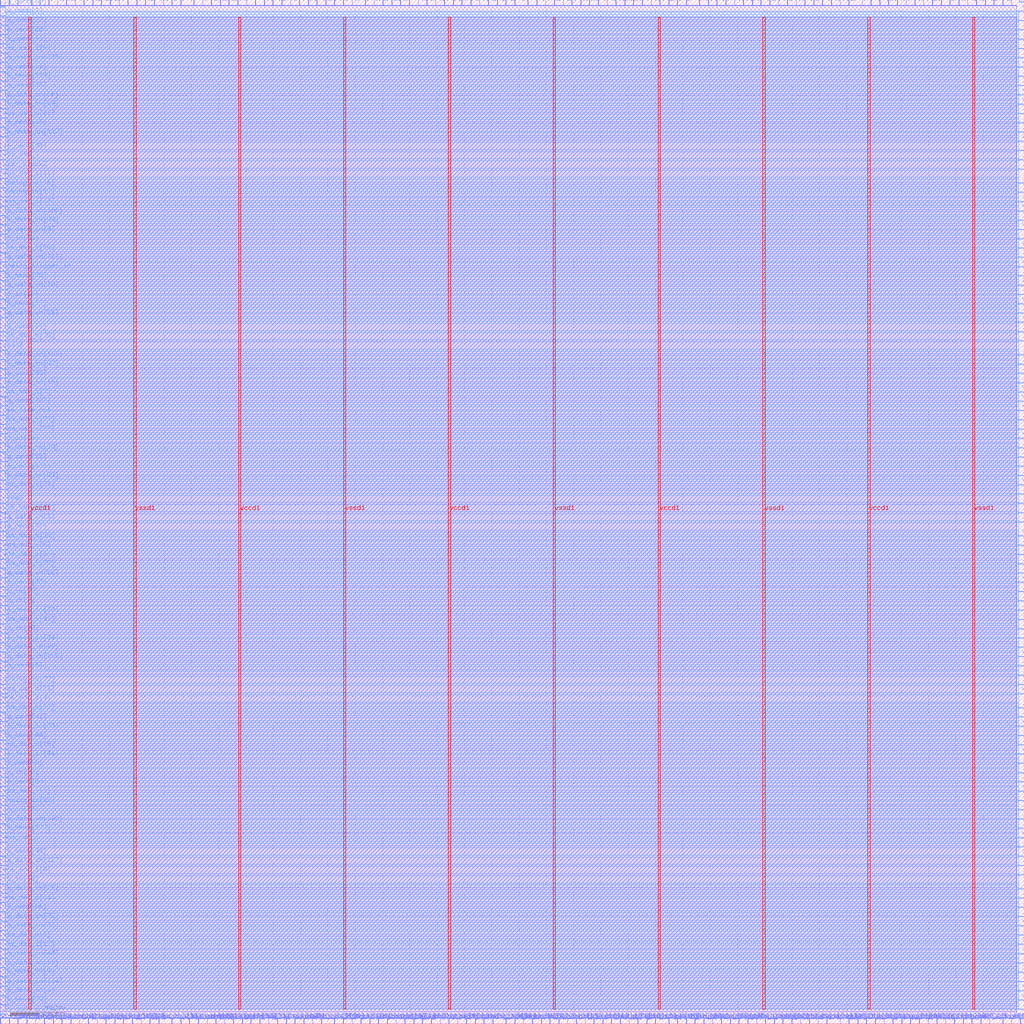
<source format=lef>
VERSION 5.7 ;
  NOWIREEXTENSIONATPIN ON ;
  DIVIDERCHAR "/" ;
  BUSBITCHARS "[]" ;
MACRO TOP_digital
  CLASS BLOCK ;
  FOREIGN TOP_digital ;
  ORIGIN 0.000 0.000 ;
  SIZE 750.000 BY 750.000 ;
  PIN analog_io[0]
    DIRECTION INOUT ;
    USE SIGNAL ;
    PORT
      LAYER met2 ;
        RECT 627.990 0.000 628.270 4.000 ;
    END
  END analog_io[0]
  PIN analog_io[10]
    DIRECTION INOUT ;
    USE SIGNAL ;
    PORT
      LAYER met2 ;
        RECT 183.630 0.000 183.910 4.000 ;
    END
  END analog_io[10]
  PIN analog_io[11]
    DIRECTION INOUT ;
    USE SIGNAL ;
    PORT
      LAYER met2 ;
        RECT 447.670 0.000 447.950 4.000 ;
    END
  END analog_io[11]
  PIN analog_io[12]
    DIRECTION INOUT ;
    USE SIGNAL ;
    PORT
      LAYER met3 ;
        RECT 0.000 605.240 4.000 605.840 ;
    END
  END analog_io[12]
  PIN analog_io[13]
    DIRECTION INOUT ;
    USE SIGNAL ;
    PORT
      LAYER met2 ;
        RECT 476.650 746.000 476.930 750.000 ;
    END
  END analog_io[13]
  PIN analog_io[14]
    DIRECTION INOUT ;
    USE SIGNAL ;
    PORT
      LAYER met3 ;
        RECT 746.000 540.640 750.000 541.240 ;
    END
  END analog_io[14]
  PIN analog_io[15]
    DIRECTION INOUT ;
    USE SIGNAL ;
    PORT
      LAYER met2 ;
        RECT 299.550 746.000 299.830 750.000 ;
    END
  END analog_io[15]
  PIN analog_io[16]
    DIRECTION INOUT ;
    USE SIGNAL ;
    PORT
      LAYER met3 ;
        RECT 0.000 612.040 4.000 612.640 ;
    END
  END analog_io[16]
  PIN analog_io[17]
    DIRECTION INOUT ;
    USE SIGNAL ;
    PORT
      LAYER met2 ;
        RECT 653.750 0.000 654.030 4.000 ;
    END
  END analog_io[17]
  PIN analog_io[18]
    DIRECTION INOUT ;
    USE SIGNAL ;
    PORT
      LAYER met3 ;
        RECT 0.000 159.840 4.000 160.440 ;
    END
  END analog_io[18]
  PIN analog_io[19]
    DIRECTION INOUT ;
    USE SIGNAL ;
    PORT
      LAYER met2 ;
        RECT 679.510 0.000 679.790 4.000 ;
    END
  END analog_io[19]
  PIN analog_io[1]
    DIRECTION INOUT ;
    USE SIGNAL ;
    PORT
      LAYER met2 ;
        RECT 399.370 746.000 399.650 750.000 ;
    END
  END analog_io[1]
  PIN analog_io[20]
    DIRECTION INOUT ;
    USE SIGNAL ;
    PORT
      LAYER met2 ;
        RECT 164.310 0.000 164.590 4.000 ;
    END
  END analog_io[20]
  PIN analog_io[21]
    DIRECTION INOUT ;
    USE SIGNAL ;
    PORT
      LAYER met2 ;
        RECT 521.730 0.000 522.010 4.000 ;
    END
  END analog_io[21]
  PIN analog_io[22]
    DIRECTION INOUT ;
    USE SIGNAL ;
    PORT
      LAYER met3 ;
        RECT 0.000 248.240 4.000 248.840 ;
    END
  END analog_io[22]
  PIN analog_io[23]
    DIRECTION INOUT ;
    USE SIGNAL ;
    PORT
      LAYER met3 ;
        RECT 746.000 646.040 750.000 646.640 ;
    END
  END analog_io[23]
  PIN analog_io[24]
    DIRECTION INOUT ;
    USE SIGNAL ;
    PORT
      LAYER met3 ;
        RECT 746.000 748.040 750.000 748.640 ;
    END
  END analog_io[24]
  PIN analog_io[25]
    DIRECTION INOUT ;
    USE SIGNAL ;
    PORT
      LAYER met2 ;
        RECT 550.710 746.000 550.990 750.000 ;
    END
  END analog_io[25]
  PIN analog_io[26]
    DIRECTION INOUT ;
    USE SIGNAL ;
    PORT
      LAYER met2 ;
        RECT 605.450 0.000 605.730 4.000 ;
    END
  END analog_io[26]
  PIN analog_io[27]
    DIRECTION INOUT ;
    USE SIGNAL ;
    PORT
      LAYER met2 ;
        RECT 83.810 0.000 84.090 4.000 ;
    END
  END analog_io[27]
  PIN analog_io[28]
    DIRECTION INOUT ;
    USE SIGNAL ;
    PORT
      LAYER met2 ;
        RECT 354.290 0.000 354.570 4.000 ;
    END
  END analog_io[28]
  PIN analog_io[2]
    DIRECTION INOUT ;
    USE SIGNAL ;
    PORT
      LAYER met3 ;
        RECT 746.000 57.840 750.000 58.440 ;
    END
  END analog_io[2]
  PIN analog_io[3]
    DIRECTION INOUT ;
    USE SIGNAL ;
    PORT
      LAYER met3 ;
        RECT 746.000 601.840 750.000 602.440 ;
    END
  END analog_io[3]
  PIN analog_io[4]
    DIRECTION INOUT ;
    USE SIGNAL ;
    PORT
      LAYER met2 ;
        RECT 621.550 746.000 621.830 750.000 ;
    END
  END analog_io[4]
  PIN analog_io[5]
    DIRECTION INOUT ;
    USE SIGNAL ;
    PORT
      LAYER met2 ;
        RECT 463.770 746.000 464.050 750.000 ;
    END
  END analog_io[5]
  PIN analog_io[6]
    DIRECTION INOUT ;
    USE SIGNAL ;
    PORT
      LAYER met3 ;
        RECT 746.000 122.440 750.000 123.040 ;
    END
  END analog_io[6]
  PIN analog_io[7]
    DIRECTION INOUT ;
    USE SIGNAL ;
    PORT
      LAYER met2 ;
        RECT 315.650 0.000 315.930 4.000 ;
    END
  END analog_io[7]
  PIN analog_io[8]
    DIRECTION INOUT ;
    USE SIGNAL ;
    PORT
      LAYER met3 ;
        RECT 746.000 51.040 750.000 51.640 ;
    END
  END analog_io[8]
  PIN analog_io[9]
    DIRECTION INOUT ;
    USE SIGNAL ;
    PORT
      LAYER met2 ;
        RECT 534.610 0.000 534.890 4.000 ;
    END
  END analog_io[9]
  PIN analog_trigger_in
    DIRECTION INOUT ;
    USE SIGNAL ;
    PORT
      LAYER met3 ;
        RECT 0.000 550.840 4.000 551.440 ;
    END
  END analog_trigger_in
  PIN analog_trigger_out
    DIRECTION INOUT ;
    USE SIGNAL ;
    PORT
      LAYER met2 ;
        RECT 547.490 0.000 547.770 4.000 ;
    END
  END analog_trigger_out
  PIN io_in[0]
    DIRECTION INPUT ;
    USE SIGNAL ;
    PORT
      LAYER met2 ;
        RECT 67.710 746.000 67.990 750.000 ;
    END
  END io_in[0]
  PIN io_in[10]
    DIRECTION INPUT ;
    USE SIGNAL ;
    PORT
      LAYER met2 ;
        RECT 740.690 746.000 740.970 750.000 ;
    END
  END io_in[10]
  PIN io_in[11]
    DIRECTION INPUT ;
    USE SIGNAL ;
    PORT
      LAYER met2 ;
        RECT 595.790 746.000 596.070 750.000 ;
    END
  END io_in[11]
  PIN io_in[12]
    DIRECTION INPUT ;
    USE SIGNAL ;
    PORT
      LAYER met3 ;
        RECT 0.000 153.040 4.000 153.640 ;
    END
  END io_in[12]
  PIN io_in[13]
    DIRECTION INPUT ;
    USE SIGNAL ;
    PORT
      LAYER met3 ;
        RECT 746.000 295.840 750.000 296.440 ;
    END
  END io_in[13]
  PIN io_in[14]
    DIRECTION INPUT ;
    USE SIGNAL ;
    PORT
      LAYER met3 ;
        RECT 746.000 727.640 750.000 728.240 ;
    END
  END io_in[14]
  PIN io_in[15]
    DIRECTION INPUT ;
    USE SIGNAL ;
    PORT
      LAYER met3 ;
        RECT 0.000 285.640 4.000 286.240 ;
    END
  END io_in[15]
  PIN io_in[16]
    DIRECTION INPUT ;
    USE SIGNAL ;
    PORT
      LAYER met3 ;
        RECT 0.000 102.040 4.000 102.640 ;
    END
  END io_in[16]
  PIN io_in[17]
    DIRECTION INPUT ;
    USE SIGNAL ;
    PORT
      LAYER met2 ;
        RECT 19.410 0.000 19.690 4.000 ;
    END
  END io_in[17]
  PIN io_in[18]
    DIRECTION INPUT ;
    USE SIGNAL ;
    PORT
      LAYER met3 ;
        RECT 0.000 530.440 4.000 531.040 ;
    END
  END io_in[18]
  PIN io_in[19]
    DIRECTION INPUT ;
    USE SIGNAL ;
    PORT
      LAYER met2 ;
        RECT 351.070 746.000 351.350 750.000 ;
    END
  END io_in[19]
  PIN io_in[1]
    DIRECTION INPUT ;
    USE SIGNAL ;
    PORT
      LAYER met2 ;
        RECT 273.790 746.000 274.070 750.000 ;
    END
  END io_in[1]
  PIN io_in[20]
    DIRECTION INPUT ;
    USE SIGNAL ;
    PORT
      LAYER met3 ;
        RECT 746.000 720.840 750.000 721.440 ;
    END
  END io_in[20]
  PIN io_in[21]
    DIRECTION INPUT ;
    USE SIGNAL ;
    PORT
      LAYER met2 ;
        RECT 721.370 746.000 721.650 750.000 ;
    END
  END io_in[21]
  PIN io_in[22]
    DIRECTION INPUT ;
    USE SIGNAL ;
    PORT
      LAYER met3 ;
        RECT 0.000 312.840 4.000 313.440 ;
    END
  END io_in[22]
  PIN io_in[23]
    DIRECTION INPUT ;
    USE SIGNAL ;
    PORT
      LAYER met2 ;
        RECT 524.950 746.000 525.230 750.000 ;
    END
  END io_in[23]
  PIN io_in[24]
    DIRECTION INPUT ;
    USE SIGNAL ;
    PORT
      LAYER met3 ;
        RECT 0.000 571.240 4.000 571.840 ;
    END
  END io_in[24]
  PIN io_in[25]
    DIRECTION INPUT ;
    USE SIGNAL ;
    PORT
      LAYER met2 ;
        RECT 502.410 0.000 502.690 4.000 ;
    END
  END io_in[25]
  PIN io_in[26]
    DIRECTION INPUT ;
    USE SIGNAL ;
    PORT
      LAYER met2 ;
        RECT 235.150 0.000 235.430 4.000 ;
    END
  END io_in[26]
  PIN io_in[27]
    DIRECTION INPUT ;
    USE SIGNAL ;
    PORT
      LAYER met2 ;
        RECT 29.070 746.000 29.350 750.000 ;
    END
  END io_in[27]
  PIN io_in[28]
    DIRECTION INPUT ;
    USE SIGNAL ;
    PORT
      LAYER met2 ;
        RECT 685.950 0.000 686.230 4.000 ;
    END
  END io_in[28]
  PIN io_in[29]
    DIRECTION INPUT ;
    USE SIGNAL ;
    PORT
      LAYER met2 ;
        RECT 61.270 746.000 61.550 750.000 ;
    END
  END io_in[29]
  PIN io_in[2]
    DIRECTION INPUT ;
    USE SIGNAL ;
    PORT
      LAYER met3 ;
        RECT 0.000 306.040 4.000 306.640 ;
    END
  END io_in[2]
  PIN io_in[30]
    DIRECTION INPUT ;
    USE SIGNAL ;
    PORT
      LAYER met2 ;
        RECT 357.510 746.000 357.790 750.000 ;
    END
  END io_in[30]
  PIN io_in[31]
    DIRECTION INPUT ;
    USE SIGNAL ;
    PORT
      LAYER met2 ;
        RECT 154.650 746.000 154.930 750.000 ;
    END
  END io_in[31]
  PIN io_in[32]
    DIRECTION INPUT ;
    USE SIGNAL ;
    PORT
      LAYER met3 ;
        RECT 746.000 91.840 750.000 92.440 ;
    END
  END io_in[32]
  PIN io_in[33]
    DIRECTION INPUT ;
    USE SIGNAL ;
    PORT
      LAYER met3 ;
        RECT 0.000 180.240 4.000 180.840 ;
    END
  END io_in[33]
  PIN io_in[34]
    DIRECTION INPUT ;
    USE SIGNAL ;
    PORT
      LAYER met3 ;
        RECT 0.000 425.040 4.000 425.640 ;
    END
  END io_in[34]
  PIN io_in[35]
    DIRECTION INPUT ;
    USE SIGNAL ;
    PORT
      LAYER met3 ;
        RECT 746.000 561.040 750.000 561.640 ;
    END
  END io_in[35]
  PIN io_in[36]
    DIRECTION INPUT ;
    USE SIGNAL ;
    PORT
      LAYER met2 ;
        RECT 267.350 746.000 267.630 750.000 ;
    END
  END io_in[36]
  PIN io_in[37]
    DIRECTION INPUT ;
    USE SIGNAL ;
    PORT
      LAYER met3 ;
        RECT 746.000 261.840 750.000 262.440 ;
    END
  END io_in[37]
  PIN io_in[3]
    DIRECTION INPUT ;
    USE SIGNAL ;
    PORT
      LAYER met3 ;
        RECT 746.000 183.640 750.000 184.240 ;
    END
  END io_in[3]
  PIN io_in[4]
    DIRECTION INPUT ;
    USE SIGNAL ;
    PORT
      LAYER met2 ;
        RECT 96.690 0.000 96.970 4.000 ;
    END
  END io_in[4]
  PIN io_in[5]
    DIRECTION INPUT ;
    USE SIGNAL ;
    PORT
      LAYER met2 ;
        RECT 563.590 746.000 563.870 750.000 ;
    END
  END io_in[5]
  PIN io_in[6]
    DIRECTION INPUT ;
    USE SIGNAL ;
    PORT
      LAYER met3 ;
        RECT 746.000 37.440 750.000 38.040 ;
    END
  END io_in[6]
  PIN io_in[7]
    DIRECTION INPUT ;
    USE SIGNAL ;
    PORT
      LAYER met3 ;
        RECT 746.000 108.840 750.000 109.440 ;
    END
  END io_in[7]
  PIN io_in[8]
    DIRECTION INPUT ;
    USE SIGNAL ;
    PORT
      LAYER met2 ;
        RECT 444.450 746.000 444.730 750.000 ;
    END
  END io_in[8]
  PIN io_in[9]
    DIRECTION INPUT ;
    USE SIGNAL ;
    PORT
      LAYER met3 ;
        RECT 746.000 367.240 750.000 367.840 ;
    END
  END io_in[9]
  PIN la_data_in[0]
    DIRECTION INPUT ;
    USE SIGNAL ;
    ANTENNAGATEAREA 0.495000 ;
    PORT
      LAYER met2 ;
        RECT 682.730 746.000 683.010 750.000 ;
    END
  END la_data_in[0]
  PIN la_data_in[100]
    DIRECTION INPUT ;
    USE SIGNAL ;
    PORT
      LAYER met3 ;
        RECT 0.000 591.640 4.000 592.240 ;
    END
  END la_data_in[100]
  PIN la_data_in[101]
    DIRECTION INPUT ;
    USE SIGNAL ;
    PORT
      LAYER met3 ;
        RECT 0.000 557.640 4.000 558.240 ;
    END
  END la_data_in[101]
  PIN la_data_in[102]
    DIRECTION INPUT ;
    USE SIGNAL ;
    PORT
      LAYER met3 ;
        RECT 0.000 486.240 4.000 486.840 ;
    END
  END la_data_in[102]
  PIN la_data_in[103]
    DIRECTION INPUT ;
    USE SIGNAL ;
    PORT
      LAYER met3 ;
        RECT 746.000 163.240 750.000 163.840 ;
    END
  END la_data_in[103]
  PIN la_data_in[104]
    DIRECTION INPUT ;
    USE SIGNAL ;
    PORT
      LAYER met2 ;
        RECT 341.410 0.000 341.690 4.000 ;
    END
  END la_data_in[104]
  PIN la_data_in[105]
    DIRECTION INPUT ;
    USE SIGNAL ;
    PORT
      LAYER met3 ;
        RECT 746.000 693.640 750.000 694.240 ;
    END
  END la_data_in[105]
  PIN la_data_in[106]
    DIRECTION INPUT ;
    USE SIGNAL ;
    PORT
      LAYER met3 ;
        RECT 746.000 336.640 750.000 337.240 ;
    END
  END la_data_in[106]
  PIN la_data_in[107]
    DIRECTION INPUT ;
    USE SIGNAL ;
    PORT
      LAYER met3 ;
        RECT 746.000 156.440 750.000 157.040 ;
    END
  END la_data_in[107]
  PIN la_data_in[108]
    DIRECTION INPUT ;
    USE SIGNAL ;
    PORT
      LAYER met3 ;
        RECT 746.000 248.240 750.000 248.840 ;
    END
  END la_data_in[108]
  PIN la_data_in[109]
    DIRECTION INPUT ;
    USE SIGNAL ;
    PORT
      LAYER met3 ;
        RECT 0.000 265.240 4.000 265.840 ;
    END
  END la_data_in[109]
  PIN la_data_in[10]
    DIRECTION INPUT ;
    USE SIGNAL ;
    PORT
      LAYER met2 ;
        RECT 305.990 746.000 306.270 750.000 ;
    END
  END la_data_in[10]
  PIN la_data_in[110]
    DIRECTION INPUT ;
    USE SIGNAL ;
    PORT
      LAYER met2 ;
        RECT 582.910 746.000 583.190 750.000 ;
    END
  END la_data_in[110]
  PIN la_data_in[111]
    DIRECTION INPUT ;
    USE SIGNAL ;
    PORT
      LAYER met2 ;
        RECT 318.870 746.000 319.150 750.000 ;
    END
  END la_data_in[111]
  PIN la_data_in[112]
    DIRECTION INPUT ;
    USE SIGNAL ;
    PORT
      LAYER met2 ;
        RECT 70.930 0.000 71.210 4.000 ;
    END
  END la_data_in[112]
  PIN la_data_in[113]
    DIRECTION INPUT ;
    USE SIGNAL ;
    PORT
      LAYER met2 ;
        RECT 466.990 0.000 467.270 4.000 ;
    END
  END la_data_in[113]
  PIN la_data_in[114]
    DIRECTION INPUT ;
    USE SIGNAL ;
    PORT
      LAYER met3 ;
        RECT 0.000 27.240 4.000 27.840 ;
    END
  END la_data_in[114]
  PIN la_data_in[115]
    DIRECTION INPUT ;
    USE SIGNAL ;
    PORT
      LAYER met2 ;
        RECT 280.230 746.000 280.510 750.000 ;
    END
  END la_data_in[115]
  PIN la_data_in[116]
    DIRECTION INPUT ;
    USE SIGNAL ;
    PORT
      LAYER met2 ;
        RECT 222.270 0.000 222.550 4.000 ;
    END
  END la_data_in[116]
  PIN la_data_in[117]
    DIRECTION INPUT ;
    USE SIGNAL ;
    PORT
      LAYER met3 ;
        RECT 0.000 649.440 4.000 650.040 ;
    END
  END la_data_in[117]
  PIN la_data_in[118]
    DIRECTION INPUT ;
    USE SIGNAL ;
    PORT
      LAYER met3 ;
        RECT 746.000 10.240 750.000 10.840 ;
    END
  END la_data_in[118]
  PIN la_data_in[119]
    DIRECTION INPUT ;
    USE SIGNAL ;
    PORT
      LAYER met2 ;
        RECT 405.810 746.000 406.090 750.000 ;
    END
  END la_data_in[119]
  PIN la_data_in[11]
    DIRECTION INPUT ;
    USE SIGNAL ;
    PORT
      LAYER met3 ;
        RECT 746.000 309.440 750.000 310.040 ;
    END
  END la_data_in[11]
  PIN la_data_in[120]
    DIRECTION INPUT ;
    USE SIGNAL ;
    PORT
      LAYER met3 ;
        RECT 0.000 146.240 4.000 146.840 ;
    END
  END la_data_in[120]
  PIN la_data_in[121]
    DIRECTION INPUT ;
    USE SIGNAL ;
    PORT
      LAYER met3 ;
        RECT 746.000 142.840 750.000 143.440 ;
    END
  END la_data_in[121]
  PIN la_data_in[122]
    DIRECTION INPUT ;
    USE SIGNAL ;
    PORT
      LAYER met2 ;
        RECT 325.310 746.000 325.590 750.000 ;
    END
  END la_data_in[122]
  PIN la_data_in[123]
    DIRECTION INPUT ;
    USE SIGNAL ;
    PORT
      LAYER met3 ;
        RECT 746.000 442.040 750.000 442.640 ;
    END
  END la_data_in[123]
  PIN la_data_in[124]
    DIRECTION INPUT ;
    USE SIGNAL ;
    PORT
      LAYER met3 ;
        RECT 746.000 302.640 750.000 303.240 ;
    END
  END la_data_in[124]
  PIN la_data_in[125]
    DIRECTION INPUT ;
    USE SIGNAL ;
    PORT
      LAYER met3 ;
        RECT 0.000 703.840 4.000 704.440 ;
    END
  END la_data_in[125]
  PIN la_data_in[126]
    DIRECTION INPUT ;
    USE SIGNAL ;
    PORT
      LAYER met3 ;
        RECT 746.000 588.240 750.000 588.840 ;
    END
  END la_data_in[126]
  PIN la_data_in[127]
    DIRECTION INPUT ;
    USE SIGNAL ;
    PORT
      LAYER met3 ;
        RECT 0.000 115.640 4.000 116.240 ;
    END
  END la_data_in[127]
  PIN la_data_in[12]
    DIRECTION INPUT ;
    USE SIGNAL ;
    PORT
      LAYER met3 ;
        RECT 746.000 282.240 750.000 282.840 ;
    END
  END la_data_in[12]
  PIN la_data_in[13]
    DIRECTION INPUT ;
    USE SIGNAL ;
    PORT
      LAYER met2 ;
        RECT 454.110 0.000 454.390 4.000 ;
    END
  END la_data_in[13]
  PIN la_data_in[14]
    DIRECTION INPUT ;
    USE SIGNAL ;
    PORT
      LAYER met2 ;
        RECT 689.170 746.000 689.450 750.000 ;
    END
  END la_data_in[14]
  PIN la_data_in[15]
    DIRECTION INPUT ;
    USE SIGNAL ;
    PORT
      LAYER met3 ;
        RECT 0.000 465.840 4.000 466.440 ;
    END
  END la_data_in[15]
  PIN la_data_in[16]
    DIRECTION INPUT ;
    USE SIGNAL ;
    PORT
      LAYER met2 ;
        RECT 125.670 746.000 125.950 750.000 ;
    END
  END la_data_in[16]
  PIN la_data_in[17]
    DIRECTION INPUT ;
    USE SIGNAL ;
    PORT
      LAYER met3 ;
        RECT 746.000 210.840 750.000 211.440 ;
    END
  END la_data_in[17]
  PIN la_data_in[18]
    DIRECTION INPUT ;
    USE SIGNAL ;
    PORT
      LAYER met3 ;
        RECT 746.000 374.040 750.000 374.640 ;
    END
  END la_data_in[18]
  PIN la_data_in[19]
    DIRECTION INPUT ;
    USE SIGNAL ;
    PORT
      LAYER met2 ;
        RECT 132.110 0.000 132.390 4.000 ;
    END
  END la_data_in[19]
  PIN la_data_in[1]
    DIRECTION INPUT ;
    USE SIGNAL ;
    PORT
      LAYER met3 ;
        RECT 746.000 401.240 750.000 401.840 ;
    END
  END la_data_in[1]
  PIN la_data_in[20]
    DIRECTION INPUT ;
    USE SIGNAL ;
    PORT
      LAYER met2 ;
        RECT 344.630 746.000 344.910 750.000 ;
    END
  END la_data_in[20]
  PIN la_data_in[21]
    DIRECTION INPUT ;
    USE SIGNAL ;
    PORT
      LAYER met2 ;
        RECT 103.130 0.000 103.410 4.000 ;
    END
  END la_data_in[21]
  PIN la_data_in[22]
    DIRECTION INPUT ;
    USE SIGNAL ;
    PORT
      LAYER met3 ;
        RECT 746.000 3.440 750.000 4.040 ;
    END
  END la_data_in[22]
  PIN la_data_in[23]
    DIRECTION INPUT ;
    USE SIGNAL ;
    PORT
      LAYER met2 ;
        RECT 512.070 746.000 512.350 750.000 ;
    END
  END la_data_in[23]
  PIN la_data_in[24]
    DIRECTION INPUT ;
    USE SIGNAL ;
    PORT
      LAYER met3 ;
        RECT 746.000 190.440 750.000 191.040 ;
    END
  END la_data_in[24]
  PIN la_data_in[25]
    DIRECTION INPUT ;
    USE SIGNAL ;
    PORT
      LAYER met3 ;
        RECT 746.000 639.240 750.000 639.840 ;
    END
  END la_data_in[25]
  PIN la_data_in[26]
    DIRECTION INPUT ;
    USE SIGNAL ;
    PORT
      LAYER met3 ;
        RECT 0.000 95.240 4.000 95.840 ;
    END
  END la_data_in[26]
  PIN la_data_in[27]
    DIRECTION INPUT ;
    USE SIGNAL ;
    PORT
      LAYER met3 ;
        RECT 746.000 85.040 750.000 85.640 ;
    END
  END la_data_in[27]
  PIN la_data_in[28]
    DIRECTION INPUT ;
    USE SIGNAL ;
    PORT
      LAYER met3 ;
        RECT 746.000 231.240 750.000 231.840 ;
    END
  END la_data_in[28]
  PIN la_data_in[29]
    DIRECTION INPUT ;
    USE SIGNAL ;
    PORT
      LAYER met3 ;
        RECT 0.000 272.040 4.000 272.640 ;
    END
  END la_data_in[29]
  PIN la_data_in[2]
    DIRECTION INPUT ;
    USE SIGNAL ;
    PORT
      LAYER met3 ;
        RECT 746.000 632.440 750.000 633.040 ;
    END
  END la_data_in[2]
  PIN la_data_in[30]
    DIRECTION INPUT ;
    USE SIGNAL ;
    PORT
      LAYER met2 ;
        RECT 119.230 746.000 119.510 750.000 ;
    END
  END la_data_in[30]
  PIN la_data_in[31]
    DIRECTION INPUT ;
    USE SIGNAL ;
    PORT
      LAYER met3 ;
        RECT 0.000 68.040 4.000 68.640 ;
    END
  END la_data_in[31]
  PIN la_data_in[32]
    DIRECTION INPUT ;
    USE SIGNAL ;
    PORT
      LAYER met2 ;
        RECT 647.310 0.000 647.590 4.000 ;
    END
  END la_data_in[32]
  PIN la_data_in[33]
    DIRECTION INPUT ;
    USE SIGNAL ;
    PORT
      LAYER met2 ;
        RECT 592.570 0.000 592.850 4.000 ;
    END
  END la_data_in[33]
  PIN la_data_in[34]
    DIRECTION INPUT ;
    USE SIGNAL ;
    PORT
      LAYER met3 ;
        RECT 0.000 278.840 4.000 279.440 ;
    END
  END la_data_in[34]
  PIN la_data_in[35]
    DIRECTION INPUT ;
    USE SIGNAL ;
    PORT
      LAYER met2 ;
        RECT 708.490 746.000 708.770 750.000 ;
    END
  END la_data_in[35]
  PIN la_data_in[36]
    DIRECTION INPUT ;
    USE SIGNAL ;
    PORT
      LAYER met2 ;
        RECT 41.950 746.000 42.230 750.000 ;
    END
  END la_data_in[36]
  PIN la_data_in[37]
    DIRECTION INPUT ;
    USE SIGNAL ;
    PORT
      LAYER met2 ;
        RECT 80.590 746.000 80.870 750.000 ;
    END
  END la_data_in[37]
  PIN la_data_in[38]
    DIRECTION INPUT ;
    USE SIGNAL ;
    PORT
      LAYER met3 ;
        RECT 746.000 414.840 750.000 415.440 ;
    END
  END la_data_in[38]
  PIN la_data_in[39]
    DIRECTION INPUT ;
    USE SIGNAL ;
    PORT
      LAYER met2 ;
        RECT 425.130 746.000 425.410 750.000 ;
    END
  END la_data_in[39]
  PIN la_data_in[3]
    DIRECTION INPUT ;
    USE SIGNAL ;
    PORT
      LAYER met3 ;
        RECT 0.000 367.240 4.000 367.840 ;
    END
  END la_data_in[3]
  PIN la_data_in[40]
    DIRECTION INPUT ;
    USE SIGNAL ;
    PORT
      LAYER met3 ;
        RECT 0.000 47.640 4.000 48.240 ;
    END
  END la_data_in[40]
  PIN la_data_in[41]
    DIRECTION INPUT ;
    USE SIGNAL ;
    PORT
      LAYER met2 ;
        RECT 450.890 746.000 451.170 750.000 ;
    END
  END la_data_in[41]
  PIN la_data_in[42]
    DIRECTION INPUT ;
    USE SIGNAL ;
    PORT
      LAYER met3 ;
        RECT 746.000 129.240 750.000 129.840 ;
    END
  END la_data_in[42]
  PIN la_data_in[43]
    DIRECTION INPUT ;
    USE SIGNAL ;
    PORT
      LAYER met3 ;
        RECT 746.000 224.440 750.000 225.040 ;
    END
  END la_data_in[43]
  PIN la_data_in[44]
    DIRECTION INPUT ;
    USE SIGNAL ;
    PORT
      LAYER met3 ;
        RECT 746.000 520.240 750.000 520.840 ;
    END
  END la_data_in[44]
  PIN la_data_in[45]
    DIRECTION INPUT ;
    USE SIGNAL ;
    PORT
      LAYER met3 ;
        RECT 0.000 669.840 4.000 670.440 ;
    END
  END la_data_in[45]
  PIN la_data_in[46]
    DIRECTION INPUT ;
    USE SIGNAL ;
    PORT
      LAYER met2 ;
        RECT 125.670 0.000 125.950 4.000 ;
    END
  END la_data_in[46]
  PIN la_data_in[47]
    DIRECTION INPUT ;
    USE SIGNAL ;
    PORT
      LAYER met3 ;
        RECT 746.000 666.440 750.000 667.040 ;
    END
  END la_data_in[47]
  PIN la_data_in[48]
    DIRECTION INPUT ;
    USE SIGNAL ;
    PORT
      LAYER met2 ;
        RECT 215.830 0.000 216.110 4.000 ;
    END
  END la_data_in[48]
  PIN la_data_in[49]
    DIRECTION INPUT ;
    USE SIGNAL ;
    PORT
      LAYER met2 ;
        RECT 586.130 0.000 586.410 4.000 ;
    END
  END la_data_in[49]
  PIN la_data_in[4]
    DIRECTION INPUT ;
    USE SIGNAL ;
    PORT
      LAYER met3 ;
        RECT 0.000 20.440 4.000 21.040 ;
    END
  END la_data_in[4]
  PIN la_data_in[50]
    DIRECTION INPUT ;
    USE SIGNAL ;
    PORT
      LAYER met2 ;
        RECT 12.970 746.000 13.250 750.000 ;
    END
  END la_data_in[50]
  PIN la_data_in[51]
    DIRECTION INPUT ;
    USE SIGNAL ;
    PORT
      LAYER met3 ;
        RECT 746.000 255.040 750.000 255.640 ;
    END
  END la_data_in[51]
  PIN la_data_in[52]
    DIRECTION INPUT ;
    USE SIGNAL ;
    PORT
      LAYER met2 ;
        RECT 251.250 746.000 251.530 750.000 ;
    END
  END la_data_in[52]
  PIN la_data_in[53]
    DIRECTION INPUT ;
    USE SIGNAL ;
    PORT
      LAYER met2 ;
        RECT 257.690 746.000 257.970 750.000 ;
    END
  END la_data_in[53]
  PIN la_data_in[54]
    DIRECTION INPUT ;
    USE SIGNAL ;
    PORT
      LAYER met3 ;
        RECT 0.000 6.840 4.000 7.440 ;
    END
  END la_data_in[54]
  PIN la_data_in[55]
    DIRECTION INPUT ;
    USE SIGNAL ;
    PORT
      LAYER met2 ;
        RECT 644.090 746.000 644.370 750.000 ;
    END
  END la_data_in[55]
  PIN la_data_in[56]
    DIRECTION INPUT ;
    USE SIGNAL ;
    PORT
      LAYER met3 ;
        RECT 0.000 326.440 4.000 327.040 ;
    END
  END la_data_in[56]
  PIN la_data_in[57]
    DIRECTION INPUT ;
    USE SIGNAL ;
    PORT
      LAYER met2 ;
        RECT 376.830 746.000 377.110 750.000 ;
    END
  END la_data_in[57]
  PIN la_data_in[58]
    DIRECTION INPUT ;
    USE SIGNAL ;
    PORT
      LAYER met3 ;
        RECT 746.000 608.640 750.000 609.240 ;
    END
  END la_data_in[58]
  PIN la_data_in[59]
    DIRECTION INPUT ;
    USE SIGNAL ;
    PORT
      LAYER met3 ;
        RECT 0.000 516.840 4.000 517.440 ;
    END
  END la_data_in[59]
  PIN la_data_in[5]
    DIRECTION INPUT ;
    USE SIGNAL ;
    PORT
      LAYER met3 ;
        RECT 0.000 34.040 4.000 34.640 ;
    END
  END la_data_in[5]
  PIN la_data_in[60]
    DIRECTION INPUT ;
    USE SIGNAL ;
    PORT
      LAYER met2 ;
        RECT 167.530 746.000 167.810 750.000 ;
    END
  END la_data_in[60]
  PIN la_data_in[61]
    DIRECTION INPUT ;
    USE SIGNAL ;
    PORT
      LAYER met2 ;
        RECT 727.810 746.000 728.090 750.000 ;
    END
  END la_data_in[61]
  PIN la_data_in[62]
    DIRECTION INPUT ;
    USE SIGNAL ;
    PORT
      LAYER met2 ;
        RECT 714.930 746.000 715.210 750.000 ;
    END
  END la_data_in[62]
  PIN la_data_in[63]
    DIRECTION INPUT ;
    USE SIGNAL ;
    PORT
      LAYER met2 ;
        RECT 734.250 0.000 734.530 4.000 ;
    END
  END la_data_in[63]
  PIN la_data_in[64]
    DIRECTION INPUT ;
    USE SIGNAL ;
    PORT
      LAYER met2 ;
        RECT 515.290 0.000 515.570 4.000 ;
    END
  END la_data_in[64]
  PIN la_data_in[65]
    DIRECTION INPUT ;
    USE SIGNAL ;
    PORT
      LAYER met3 ;
        RECT 746.000 625.640 750.000 626.240 ;
    END
  END la_data_in[65]
  PIN la_data_in[66]
    DIRECTION INPUT ;
    USE SIGNAL ;
    PORT
      LAYER met2 ;
        RECT 264.130 0.000 264.410 4.000 ;
    END
  END la_data_in[66]
  PIN la_data_in[67]
    DIRECTION INPUT ;
    USE SIGNAL ;
    PORT
      LAYER met2 ;
        RECT 6.530 746.000 6.810 750.000 ;
    END
  END la_data_in[67]
  PIN la_data_in[68]
    DIRECTION INPUT ;
    USE SIGNAL ;
    PORT
      LAYER met3 ;
        RECT 0.000 676.640 4.000 677.240 ;
    END
  END la_data_in[68]
  PIN la_data_in[69]
    DIRECTION INPUT ;
    USE SIGNAL ;
    PORT
      LAYER met2 ;
        RECT 270.570 0.000 270.850 4.000 ;
    END
  END la_data_in[69]
  PIN la_data_in[6]
    DIRECTION INPUT ;
    USE SIGNAL ;
    PORT
      LAYER met2 ;
        RECT 438.010 746.000 438.290 750.000 ;
    END
  END la_data_in[6]
  PIN la_data_in[70]
    DIRECTION INPUT ;
    USE SIGNAL ;
    PORT
      LAYER met3 ;
        RECT 0.000 537.240 4.000 537.840 ;
    END
  END la_data_in[70]
  PIN la_data_in[71]
    DIRECTION INPUT ;
    USE SIGNAL ;
    PORT
      LAYER met2 ;
        RECT 531.390 746.000 531.670 750.000 ;
    END
  END la_data_in[71]
  PIN la_data_in[72]
    DIRECTION INPUT ;
    USE SIGNAL ;
    PORT
      LAYER met3 ;
        RECT 0.000 74.840 4.000 75.440 ;
    END
  END la_data_in[72]
  PIN la_data_in[73]
    DIRECTION INPUT ;
    USE SIGNAL ;
    PORT
      LAYER met2 ;
        RECT 206.170 746.000 206.450 750.000 ;
    END
  END la_data_in[73]
  PIN la_data_in[74]
    DIRECTION INPUT ;
    USE SIGNAL ;
    PORT
      LAYER met2 ;
        RECT 293.110 746.000 293.390 750.000 ;
    END
  END la_data_in[74]
  PIN la_data_in[75]
    DIRECTION INPUT ;
    USE SIGNAL ;
    PORT
      LAYER met2 ;
        RECT 418.690 746.000 418.970 750.000 ;
    END
  END la_data_in[75]
  PIN la_data_in[76]
    DIRECTION INPUT ;
    USE SIGNAL ;
    PORT
      LAYER met2 ;
        RECT 244.810 0.000 245.090 4.000 ;
    END
  END la_data_in[76]
  PIN la_data_in[77]
    DIRECTION INPUT ;
    USE SIGNAL ;
    PORT
      LAYER met3 ;
        RECT 0.000 299.240 4.000 299.840 ;
    END
  END la_data_in[77]
  PIN la_data_in[78]
    DIRECTION INPUT ;
    USE SIGNAL ;
    PORT
      LAYER met3 ;
        RECT 0.000 418.240 4.000 418.840 ;
    END
  END la_data_in[78]
  PIN la_data_in[79]
    DIRECTION INPUT ;
    USE SIGNAL ;
    PORT
      LAYER met3 ;
        RECT 746.000 350.240 750.000 350.840 ;
    END
  END la_data_in[79]
  PIN la_data_in[7]
    DIRECTION INPUT ;
    USE SIGNAL ;
    PORT
      LAYER met2 ;
        RECT 277.010 0.000 277.290 4.000 ;
    END
  END la_data_in[7]
  PIN la_data_in[80]
    DIRECTION INPUT ;
    USE SIGNAL ;
    PORT
      LAYER met3 ;
        RECT 0.000 584.840 4.000 585.440 ;
    END
  END la_data_in[80]
  PIN la_data_in[81]
    DIRECTION INPUT ;
    USE SIGNAL ;
    PORT
      LAYER met2 ;
        RECT 309.210 0.000 309.490 4.000 ;
    END
  END la_data_in[81]
  PIN la_data_in[82]
    DIRECTION INPUT ;
    USE SIGNAL ;
    PORT
      LAYER met2 ;
        RECT 489.530 746.000 489.810 750.000 ;
    END
  END la_data_in[82]
  PIN la_data_in[83]
    DIRECTION INPUT ;
    USE SIGNAL ;
    PORT
      LAYER met3 ;
        RECT 0.000 397.840 4.000 398.440 ;
    END
  END la_data_in[83]
  PIN la_data_in[84]
    DIRECTION INPUT ;
    USE SIGNAL ;
    PORT
      LAYER met2 ;
        RECT 257.690 0.000 257.970 4.000 ;
    END
  END la_data_in[84]
  PIN la_data_in[85]
    DIRECTION INPUT ;
    USE SIGNAL ;
    PORT
      LAYER met2 ;
        RECT 238.370 746.000 238.650 750.000 ;
    END
  END la_data_in[85]
  PIN la_data_in[86]
    DIRECTION INPUT ;
    USE SIGNAL ;
    PORT
      LAYER met3 ;
        RECT 0.000 214.240 4.000 214.840 ;
    END
  END la_data_in[86]
  PIN la_data_in[87]
    DIRECTION INPUT ;
    USE SIGNAL ;
    PORT
      LAYER met2 ;
        RECT 640.870 0.000 641.150 4.000 ;
    END
  END la_data_in[87]
  PIN la_data_in[88]
    DIRECTION INPUT ;
    USE SIGNAL ;
    PORT
      LAYER met2 ;
        RECT 615.110 0.000 615.390 4.000 ;
    END
  END la_data_in[88]
  PIN la_data_in[89]
    DIRECTION INPUT ;
    USE SIGNAL ;
    PORT
      LAYER met2 ;
        RECT 196.510 0.000 196.790 4.000 ;
    END
  END la_data_in[89]
  PIN la_data_in[8]
    DIRECTION INPUT ;
    USE SIGNAL ;
    PORT
      LAYER met2 ;
        RECT 244.810 746.000 245.090 750.000 ;
    END
  END la_data_in[8]
  PIN la_data_in[90]
    DIRECTION INPUT ;
    USE SIGNAL ;
    PORT
      LAYER met2 ;
        RECT 370.390 0.000 370.670 4.000 ;
    END
  END la_data_in[90]
  PIN la_data_in[91]
    DIRECTION INPUT ;
    USE SIGNAL ;
    PORT
      LAYER met3 ;
        RECT 746.000 329.840 750.000 330.440 ;
    END
  END la_data_in[91]
  PIN la_data_in[92]
    DIRECTION INPUT ;
    USE SIGNAL ;
    PORT
      LAYER met2 ;
        RECT 434.790 0.000 435.070 4.000 ;
    END
  END la_data_in[92]
  PIN la_data_in[93]
    DIRECTION INPUT ;
    USE SIGNAL ;
    PORT
      LAYER met3 ;
        RECT 746.000 289.040 750.000 289.640 ;
    END
  END la_data_in[93]
  PIN la_data_in[94]
    DIRECTION INPUT ;
    USE SIGNAL ;
    PORT
      LAYER met3 ;
        RECT 0.000 193.840 4.000 194.440 ;
    END
  END la_data_in[94]
  PIN la_data_in[95]
    DIRECTION INPUT ;
    USE SIGNAL ;
    PORT
      LAYER met2 ;
        RECT 541.050 0.000 541.330 4.000 ;
    END
  END la_data_in[95]
  PIN la_data_in[96]
    DIRECTION INPUT ;
    USE SIGNAL ;
    PORT
      LAYER met2 ;
        RECT 370.390 746.000 370.670 750.000 ;
    END
  END la_data_in[96]
  PIN la_data_in[97]
    DIRECTION INPUT ;
    USE SIGNAL ;
    PORT
      LAYER met3 ;
        RECT 0.000 479.440 4.000 480.040 ;
    END
  END la_data_in[97]
  PIN la_data_in[98]
    DIRECTION INPUT ;
    USE SIGNAL ;
    PORT
      LAYER met2 ;
        RECT 347.850 0.000 348.130 4.000 ;
    END
  END la_data_in[98]
  PIN la_data_in[99]
    DIRECTION INPUT ;
    USE SIGNAL ;
    PORT
      LAYER met3 ;
        RECT 0.000 40.840 4.000 41.440 ;
    END
  END la_data_in[99]
  PIN la_data_in[9]
    DIRECTION INPUT ;
    USE SIGNAL ;
    PORT
      LAYER met3 ;
        RECT 0.000 578.040 4.000 578.640 ;
    END
  END la_data_in[9]
  PIN la_oenb[0]
    DIRECTION INPUT ;
    USE SIGNAL ;
    PORT
      LAYER met2 ;
        RECT 409.030 0.000 409.310 4.000 ;
    END
  END la_oenb[0]
  PIN la_oenb[100]
    DIRECTION INPUT ;
    USE SIGNAL ;
    PORT
      LAYER met2 ;
        RECT 460.550 0.000 460.830 4.000 ;
    END
  END la_oenb[100]
  PIN la_oenb[101]
    DIRECTION INPUT ;
    USE SIGNAL ;
    PORT
      LAYER met3 ;
        RECT 0.000 404.640 4.000 405.240 ;
    END
  END la_oenb[101]
  PIN la_oenb[102]
    DIRECTION INPUT ;
    USE SIGNAL ;
    PORT
      LAYER met3 ;
        RECT 0.000 452.240 4.000 452.840 ;
    END
  END la_oenb[102]
  PIN la_oenb[103]
    DIRECTION INPUT ;
    USE SIGNAL ;
    PORT
      LAYER met2 ;
        RECT 663.410 746.000 663.690 750.000 ;
    END
  END la_oenb[103]
  PIN la_oenb[104]
    DIRECTION INPUT ;
    USE SIGNAL ;
    PORT
      LAYER met2 ;
        RECT 428.350 0.000 428.630 4.000 ;
    END
  END la_oenb[104]
  PIN la_oenb[105]
    DIRECTION INPUT ;
    USE SIGNAL ;
    PORT
      LAYER met2 ;
        RECT 724.590 0.000 724.870 4.000 ;
    END
  END la_oenb[105]
  PIN la_oenb[106]
    DIRECTION INPUT ;
    USE SIGNAL ;
    PORT
      LAYER met3 ;
        RECT 746.000 469.240 750.000 469.840 ;
    END
  END la_oenb[106]
  PIN la_oenb[107]
    DIRECTION INPUT ;
    USE SIGNAL ;
    PORT
      LAYER met3 ;
        RECT 746.000 482.840 750.000 483.440 ;
    END
  END la_oenb[107]
  PIN la_oenb[108]
    DIRECTION INPUT ;
    USE SIGNAL ;
    PORT
      LAYER met2 ;
        RECT 99.910 746.000 100.190 750.000 ;
    END
  END la_oenb[108]
  PIN la_oenb[109]
    DIRECTION INPUT ;
    USE SIGNAL ;
    PORT
      LAYER met2 ;
        RECT 251.250 0.000 251.530 4.000 ;
    END
  END la_oenb[109]
  PIN la_oenb[10]
    DIRECTION INPUT ;
    USE SIGNAL ;
    PORT
      LAYER met2 ;
        RECT 296.330 0.000 296.610 4.000 ;
    END
  END la_oenb[10]
  PIN la_oenb[110]
    DIRECTION INPUT ;
    USE SIGNAL ;
    PORT
      LAYER met3 ;
        RECT 746.000 380.840 750.000 381.440 ;
    END
  END la_oenb[110]
  PIN la_oenb[111]
    DIRECTION INPUT ;
    USE SIGNAL ;
    PORT
      LAYER met2 ;
        RECT 634.430 0.000 634.710 4.000 ;
    END
  END la_oenb[111]
  PIN la_oenb[112]
    DIRECTION INPUT ;
    USE SIGNAL ;
    PORT
      LAYER met3 ;
        RECT 746.000 489.640 750.000 490.240 ;
    END
  END la_oenb[112]
  PIN la_oenb[113]
    DIRECTION INPUT ;
    USE SIGNAL ;
    PORT
      LAYER met2 ;
        RECT 193.290 746.000 193.570 750.000 ;
    END
  END la_oenb[113]
  PIN la_oenb[114]
    DIRECTION INPUT ;
    USE SIGNAL ;
    PORT
      LAYER met3 ;
        RECT 746.000 714.040 750.000 714.640 ;
    END
  END la_oenb[114]
  PIN la_oenb[115]
    DIRECTION INPUT ;
    USE SIGNAL ;
    PORT
      LAYER met3 ;
        RECT 0.000 690.240 4.000 690.840 ;
    END
  END la_oenb[115]
  PIN la_oenb[116]
    DIRECTION INPUT ;
    USE SIGNAL ;
    PORT
      LAYER met2 ;
        RECT 363.950 746.000 364.230 750.000 ;
    END
  END la_oenb[116]
  PIN la_oenb[117]
    DIRECTION INPUT ;
    USE SIGNAL ;
    PORT
      LAYER met3 ;
        RECT 746.000 149.640 750.000 150.240 ;
    END
  END la_oenb[117]
  PIN la_oenb[118]
    DIRECTION INPUT ;
    USE SIGNAL ;
    PORT
      LAYER met3 ;
        RECT 746.000 615.440 750.000 616.040 ;
    END
  END la_oenb[118]
  PIN la_oenb[119]
    DIRECTION INPUT ;
    USE SIGNAL ;
    PORT
      LAYER met3 ;
        RECT 746.000 547.440 750.000 548.040 ;
    END
  END la_oenb[119]
  PIN la_oenb[11]
    DIRECTION INPUT ;
    USE SIGNAL ;
    PORT
      LAYER met3 ;
        RECT 0.000 523.640 4.000 524.240 ;
    END
  END la_oenb[11]
  PIN la_oenb[120]
    DIRECTION INPUT ;
    USE SIGNAL ;
    PORT
      LAYER met3 ;
        RECT 746.000 275.440 750.000 276.040 ;
    END
  END la_oenb[120]
  PIN la_oenb[121]
    DIRECTION INPUT ;
    USE SIGNAL ;
    PORT
      LAYER met2 ;
        RECT 544.270 746.000 544.550 750.000 ;
    END
  END la_oenb[121]
  PIN la_oenb[122]
    DIRECTION INPUT ;
    USE SIGNAL ;
    PORT
      LAYER met2 ;
        RECT 650.530 746.000 650.810 750.000 ;
    END
  END la_oenb[122]
  PIN la_oenb[123]
    DIRECTION INPUT ;
    USE SIGNAL ;
    PORT
      LAYER met3 ;
        RECT 0.000 139.440 4.000 140.040 ;
    END
  END la_oenb[123]
  PIN la_oenb[124]
    DIRECTION INPUT ;
    USE SIGNAL ;
    PORT
      LAYER met2 ;
        RECT 219.050 746.000 219.330 750.000 ;
    END
  END la_oenb[124]
  PIN la_oenb[125]
    DIRECTION INPUT ;
    USE SIGNAL ;
    PORT
      LAYER met2 ;
        RECT 334.970 0.000 335.250 4.000 ;
    END
  END la_oenb[125]
  PIN la_oenb[126]
    DIRECTION INPUT ;
    USE SIGNAL ;
    PORT
      LAYER met2 ;
        RECT 302.770 0.000 303.050 4.000 ;
    END
  END la_oenb[126]
  PIN la_oenb[127]
    DIRECTION INPUT ;
    USE SIGNAL ;
    PORT
      LAYER met2 ;
        RECT 106.350 746.000 106.630 750.000 ;
    END
  END la_oenb[127]
  PIN la_oenb[12]
    DIRECTION INPUT ;
    USE SIGNAL ;
    PORT
      LAYER met3 ;
        RECT 746.000 64.640 750.000 65.240 ;
    END
  END la_oenb[12]
  PIN la_oenb[13]
    DIRECTION INPUT ;
    USE SIGNAL ;
    PORT
      LAYER met2 ;
        RECT 621.550 0.000 621.830 4.000 ;
    END
  END la_oenb[13]
  PIN la_oenb[14]
    DIRECTION INPUT ;
    USE SIGNAL ;
    PORT
      LAYER met3 ;
        RECT 746.000 176.840 750.000 177.440 ;
    END
  END la_oenb[14]
  PIN la_oenb[15]
    DIRECTION INPUT ;
    USE SIGNAL ;
    PORT
      LAYER met2 ;
        RECT 376.830 0.000 377.110 4.000 ;
    END
  END la_oenb[15]
  PIN la_oenb[16]
    DIRECTION INPUT ;
    USE SIGNAL ;
    PORT
      LAYER met2 ;
        RECT 338.190 746.000 338.470 750.000 ;
    END
  END la_oenb[16]
  PIN la_oenb[17]
    DIRECTION INPUT ;
    USE SIGNAL ;
    PORT
      LAYER met2 ;
        RECT 286.670 746.000 286.950 750.000 ;
    END
  END la_oenb[17]
  PIN la_oenb[18]
    DIRECTION INPUT ;
    USE SIGNAL ;
    PORT
      LAYER met3 ;
        RECT 746.000 343.440 750.000 344.040 ;
    END
  END la_oenb[18]
  PIN la_oenb[19]
    DIRECTION INPUT ;
    USE SIGNAL ;
    PORT
      LAYER met3 ;
        RECT 746.000 44.240 750.000 44.840 ;
    END
  END la_oenb[19]
  PIN la_oenb[1]
    DIRECTION INPUT ;
    USE SIGNAL ;
    PORT
      LAYER met3 ;
        RECT 0.000 737.840 4.000 738.440 ;
    END
  END la_oenb[1]
  PIN la_oenb[20]
    DIRECTION INPUT ;
    USE SIGNAL ;
    PORT
      LAYER met2 ;
        RECT 489.530 0.000 489.810 4.000 ;
    END
  END la_oenb[20]
  PIN la_oenb[21]
    DIRECTION INPUT ;
    USE SIGNAL ;
    PORT
      LAYER met2 ;
        RECT 747.130 0.000 747.410 4.000 ;
    END
  END la_oenb[21]
  PIN la_oenb[22]
    DIRECTION INPUT ;
    USE SIGNAL ;
    PORT
      LAYER met3 ;
        RECT 0.000 724.240 4.000 724.840 ;
    END
  END la_oenb[22]
  PIN la_oenb[23]
    DIRECTION INPUT ;
    USE SIGNAL ;
    PORT
      LAYER met3 ;
        RECT 746.000 707.240 750.000 707.840 ;
    END
  END la_oenb[23]
  PIN la_oenb[24]
    DIRECTION INPUT ;
    USE SIGNAL ;
    PORT
      LAYER met2 ;
        RECT 45.170 0.000 45.450 4.000 ;
    END
  END la_oenb[24]
  PIN la_oenb[25]
    DIRECTION INPUT ;
    USE SIGNAL ;
    PORT
      LAYER met2 ;
        RECT 322.090 0.000 322.370 4.000 ;
    END
  END la_oenb[25]
  PIN la_oenb[26]
    DIRECTION INPUT ;
    USE SIGNAL ;
    PORT
      LAYER met2 ;
        RECT 386.490 746.000 386.770 750.000 ;
    END
  END la_oenb[26]
  PIN la_oenb[27]
    DIRECTION INPUT ;
    USE SIGNAL ;
    PORT
      LAYER met2 ;
        RECT 705.270 0.000 705.550 4.000 ;
    END
  END la_oenb[27]
  PIN la_oenb[28]
    DIRECTION INPUT ;
    USE SIGNAL ;
    PORT
      LAYER met2 ;
        RECT 38.730 0.000 39.010 4.000 ;
    END
  END la_oenb[28]
  PIN la_oenb[29]
    DIRECTION INPUT ;
    USE SIGNAL ;
    PORT
      LAYER met2 ;
        RECT 177.190 0.000 177.470 4.000 ;
    END
  END la_oenb[29]
  PIN la_oenb[2]
    DIRECTION INPUT ;
    USE SIGNAL ;
    PORT
      LAYER met2 ;
        RECT 698.830 0.000 699.110 4.000 ;
    END
  END la_oenb[2]
  PIN la_oenb[30]
    DIRECTION INPUT ;
    USE SIGNAL ;
    PORT
      LAYER met3 ;
        RECT 746.000 435.240 750.000 435.840 ;
    END
  END la_oenb[30]
  PIN la_oenb[31]
    DIRECTION INPUT ;
    USE SIGNAL ;
    PORT
      LAYER met3 ;
        RECT 746.000 115.640 750.000 116.240 ;
    END
  END la_oenb[31]
  PIN la_oenb[32]
    DIRECTION INPUT ;
    USE SIGNAL ;
    PORT
      LAYER met3 ;
        RECT 0.000 697.040 4.000 697.640 ;
    END
  END la_oenb[32]
  PIN la_oenb[33]
    DIRECTION INPUT ;
    USE SIGNAL ;
    PORT
      LAYER met3 ;
        RECT 0.000 731.040 4.000 731.640 ;
    END
  END la_oenb[33]
  PIN la_oenb[34]
    DIRECTION INPUT ;
    USE SIGNAL ;
    PORT
      LAYER met2 ;
        RECT 48.390 746.000 48.670 750.000 ;
    END
  END la_oenb[34]
  PIN la_oenb[35]
    DIRECTION INPUT ;
    USE SIGNAL ;
    PORT
      LAYER met3 ;
        RECT 0.000 683.440 4.000 684.040 ;
    END
  END la_oenb[35]
  PIN la_oenb[36]
    DIRECTION INPUT ;
    USE SIGNAL ;
    PORT
      LAYER met3 ;
        RECT 0.000 122.440 4.000 123.040 ;
    END
  END la_oenb[36]
  PIN la_oenb[37]
    DIRECTION INPUT ;
    USE SIGNAL ;
    PORT
      LAYER met3 ;
        RECT 746.000 204.040 750.000 204.640 ;
    END
  END la_oenb[37]
  PIN la_oenb[38]
    DIRECTION INPUT ;
    USE SIGNAL ;
    PORT
      LAYER met3 ;
        RECT 0.000 319.640 4.000 320.240 ;
    END
  END la_oenb[38]
  PIN la_oenb[39]
    DIRECTION INPUT ;
    USE SIGNAL ;
    PORT
      LAYER met2 ;
        RECT 431.570 746.000 431.850 750.000 ;
    END
  END la_oenb[39]
  PIN la_oenb[3]
    DIRECTION INPUT ;
    USE SIGNAL ;
    PORT
      LAYER met3 ;
        RECT 746.000 734.440 750.000 735.040 ;
    END
  END la_oenb[3]
  PIN la_oenb[40]
    DIRECTION INPUT ;
    USE SIGNAL ;
    PORT
      LAYER met2 ;
        RECT 331.750 746.000 332.030 750.000 ;
    END
  END la_oenb[40]
  PIN la_oenb[41]
    DIRECTION INPUT ;
    USE SIGNAL ;
    PORT
      LAYER met3 ;
        RECT 0.000 221.040 4.000 221.640 ;
    END
  END la_oenb[41]
  PIN la_oenb[42]
    DIRECTION INPUT ;
    USE SIGNAL ;
    PORT
      LAYER met2 ;
        RECT 202.950 0.000 203.230 4.000 ;
    END
  END la_oenb[42]
  PIN la_oenb[43]
    DIRECTION INPUT ;
    USE SIGNAL ;
    PORT
      LAYER met2 ;
        RECT 660.190 0.000 660.470 4.000 ;
    END
  END la_oenb[43]
  PIN la_oenb[44]
    DIRECTION INPUT ;
    USE SIGNAL ;
    PORT
      LAYER met3 ;
        RECT 0.000 207.440 4.000 208.040 ;
    END
  END la_oenb[44]
  PIN la_oenb[45]
    DIRECTION INPUT ;
    USE SIGNAL ;
    PORT
      LAYER met3 ;
        RECT 0.000 656.240 4.000 656.840 ;
    END
  END la_oenb[45]
  PIN la_oenb[46]
    DIRECTION INPUT ;
    USE SIGNAL ;
    PORT
      LAYER met2 ;
        RECT 656.970 746.000 657.250 750.000 ;
    END
  END la_oenb[46]
  PIN la_oenb[47]
    DIRECTION INPUT ;
    USE SIGNAL ;
    PORT
      LAYER met2 ;
        RECT 479.870 0.000 480.150 4.000 ;
    END
  END la_oenb[47]
  PIN la_oenb[48]
    DIRECTION INPUT ;
    USE SIGNAL ;
    PORT
      LAYER met2 ;
        RECT 54.830 746.000 55.110 750.000 ;
    END
  END la_oenb[48]
  PIN la_oenb[49]
    DIRECTION INPUT ;
    USE SIGNAL ;
    PORT
      LAYER met3 ;
        RECT 746.000 316.240 750.000 316.840 ;
    END
  END la_oenb[49]
  PIN la_oenb[4]
    DIRECTION INPUT ;
    USE SIGNAL ;
    PORT
      LAYER met3 ;
        RECT 746.000 574.640 750.000 575.240 ;
    END
  END la_oenb[4]
  PIN la_oenb[50]
    DIRECTION INPUT ;
    USE SIGNAL ;
    PORT
      LAYER met3 ;
        RECT 0.000 173.440 4.000 174.040 ;
    END
  END la_oenb[50]
  PIN la_oenb[51]
    DIRECTION INPUT ;
    USE SIGNAL ;
    PORT
      LAYER met2 ;
        RECT 141.770 746.000 142.050 750.000 ;
    END
  END la_oenb[51]
  PIN la_oenb[52]
    DIRECTION INPUT ;
    USE SIGNAL ;
    PORT
      LAYER met3 ;
        RECT 746.000 476.040 750.000 476.640 ;
    END
  END la_oenb[52]
  PIN la_oenb[53]
    DIRECTION INPUT ;
    USE SIGNAL ;
    PORT
      LAYER met2 ;
        RECT 0.090 746.000 0.370 750.000 ;
    END
  END la_oenb[53]
  PIN la_oenb[54]
    DIRECTION INPUT ;
    USE SIGNAL ;
    PORT
      LAYER met2 ;
        RECT 666.630 0.000 666.910 4.000 ;
    END
  END la_oenb[54]
  PIN la_oenb[55]
    DIRECTION INPUT ;
    USE SIGNAL ;
    PORT
      LAYER met3 ;
        RECT 0.000 411.440 4.000 412.040 ;
    END
  END la_oenb[55]
  PIN la_oenb[56]
    DIRECTION INPUT ;
    USE SIGNAL ;
    PORT
      LAYER met2 ;
        RECT 170.750 0.000 171.030 4.000 ;
    END
  END la_oenb[56]
  PIN la_oenb[57]
    DIRECTION INPUT ;
    USE SIGNAL ;
    PORT
      LAYER met2 ;
        RECT 173.970 746.000 174.250 750.000 ;
    END
  END la_oenb[57]
  PIN la_oenb[58]
    DIRECTION INPUT ;
    USE SIGNAL ;
    PORT
      LAYER met2 ;
        RECT 87.030 746.000 87.310 750.000 ;
    END
  END la_oenb[58]
  PIN la_oenb[59]
    DIRECTION INPUT ;
    USE SIGNAL ;
    PORT
      LAYER met3 ;
        RECT 746.000 421.640 750.000 422.240 ;
    END
  END la_oenb[59]
  PIN la_oenb[5]
    DIRECTION INPUT ;
    USE SIGNAL ;
    PORT
      LAYER met2 ;
        RECT 637.650 746.000 637.930 750.000 ;
    END
  END la_oenb[5]
  PIN la_oenb[60]
    DIRECTION INPUT ;
    USE SIGNAL ;
    PORT
      LAYER met2 ;
        RECT 602.230 746.000 602.510 750.000 ;
    END
  END la_oenb[60]
  PIN la_oenb[61]
    DIRECTION INPUT ;
    USE SIGNAL ;
    PORT
      LAYER met2 ;
        RECT 502.410 746.000 502.690 750.000 ;
    END
  END la_oenb[61]
  PIN la_oenb[62]
    DIRECTION INPUT ;
    USE SIGNAL ;
    PORT
      LAYER met2 ;
        RECT 209.390 0.000 209.670 4.000 ;
    END
  END la_oenb[62]
  PIN la_oenb[63]
    DIRECTION INPUT ;
    USE SIGNAL ;
    PORT
      LAYER met3 ;
        RECT 746.000 499.840 750.000 500.440 ;
    END
  END la_oenb[63]
  PIN la_oenb[64]
    DIRECTION INPUT ;
    USE SIGNAL ;
    PORT
      LAYER met2 ;
        RECT 673.070 0.000 673.350 4.000 ;
    END
  END la_oenb[64]
  PIN la_oenb[65]
    DIRECTION INPUT ;
    USE SIGNAL ;
    PORT
      LAYER met3 ;
        RECT 0.000 639.240 4.000 639.840 ;
    END
  END la_oenb[65]
  PIN la_oenb[66]
    DIRECTION INPUT ;
    USE SIGNAL ;
    PORT
      LAYER met2 ;
        RECT 138.550 0.000 138.830 4.000 ;
    END
  END la_oenb[66]
  PIN la_oenb[67]
    DIRECTION INPUT ;
    USE SIGNAL ;
    PORT
      LAYER met3 ;
        RECT 0.000 258.440 4.000 259.040 ;
    END
  END la_oenb[67]
  PIN la_oenb[68]
    DIRECTION INPUT ;
    USE SIGNAL ;
    PORT
      LAYER met2 ;
        RECT 734.250 746.000 734.530 750.000 ;
    END
  END la_oenb[68]
  PIN la_oenb[69]
    DIRECTION INPUT ;
    USE SIGNAL ;
    PORT
      LAYER met2 ;
        RECT 695.610 746.000 695.890 750.000 ;
    END
  END la_oenb[69]
  PIN la_oenb[6]
    DIRECTION INPUT ;
    USE SIGNAL ;
    PORT
      LAYER met3 ;
        RECT 746.000 686.840 750.000 687.440 ;
    END
  END la_oenb[6]
  PIN la_oenb[70]
    DIRECTION INPUT ;
    USE SIGNAL ;
    PORT
      LAYER met3 ;
        RECT 746.000 659.640 750.000 660.240 ;
    END
  END la_oenb[70]
  PIN la_oenb[71]
    DIRECTION INPUT ;
    USE SIGNAL ;
    PORT
      LAYER met3 ;
        RECT 746.000 652.840 750.000 653.440 ;
    END
  END la_oenb[71]
  PIN la_oenb[72]
    DIRECTION INPUT ;
    USE SIGNAL ;
    PORT
      LAYER met2 ;
        RECT 383.270 0.000 383.550 4.000 ;
    END
  END la_oenb[72]
  PIN la_oenb[73]
    DIRECTION INPUT ;
    USE SIGNAL ;
    PORT
      LAYER met3 ;
        RECT 0.000 360.440 4.000 361.040 ;
    END
  END la_oenb[73]
  PIN la_oenb[74]
    DIRECTION INPUT ;
    USE SIGNAL ;
    PORT
      LAYER met2 ;
        RECT 132.110 746.000 132.390 750.000 ;
    END
  END la_oenb[74]
  PIN la_oenb[75]
    DIRECTION INPUT ;
    USE SIGNAL ;
    PORT
      LAYER met2 ;
        RECT 6.530 0.000 6.810 4.000 ;
    END
  END la_oenb[75]
  PIN la_oenb[76]
    DIRECTION INPUT ;
    USE SIGNAL ;
    PORT
      LAYER met3 ;
        RECT 0.000 544.040 4.000 544.640 ;
    END
  END la_oenb[76]
  PIN la_oenb[77]
    DIRECTION INPUT ;
    USE SIGNAL ;
    PORT
      LAYER met2 ;
        RECT 389.710 0.000 389.990 4.000 ;
    END
  END la_oenb[77]
  PIN la_oenb[78]
    DIRECTION INPUT ;
    USE SIGNAL ;
    PORT
      LAYER met3 ;
        RECT 746.000 30.640 750.000 31.240 ;
    END
  END la_oenb[78]
  PIN la_oenb[79]
    DIRECTION INPUT ;
    USE SIGNAL ;
    PORT
      LAYER met3 ;
        RECT 0.000 13.640 4.000 14.240 ;
    END
  END la_oenb[79]
  PIN la_oenb[7]
    DIRECTION INPUT ;
    USE SIGNAL ;
    PORT
      LAYER met3 ;
        RECT 746.000 98.640 750.000 99.240 ;
    END
  END la_oenb[7]
  PIN la_oenb[80]
    DIRECTION INPUT ;
    USE SIGNAL ;
    PORT
      LAYER met3 ;
        RECT 0.000 744.640 4.000 745.240 ;
    END
  END la_oenb[80]
  PIN la_oenb[81]
    DIRECTION INPUT ;
    USE SIGNAL ;
    PORT
      LAYER met2 ;
        RECT 25.850 0.000 26.130 4.000 ;
    END
  END la_oenb[81]
  PIN la_oenb[82]
    DIRECTION INPUT ;
    USE SIGNAL ;
    PORT
      LAYER met2 ;
        RECT 144.990 0.000 145.270 4.000 ;
    END
  END la_oenb[82]
  PIN la_oenb[83]
    DIRECTION INPUT ;
    USE SIGNAL ;
    PORT
      LAYER met2 ;
        RECT 328.530 0.000 328.810 4.000 ;
    END
  END la_oenb[83]
  PIN la_oenb[84]
    DIRECTION INPUT ;
    USE SIGNAL ;
    PORT
      LAYER met2 ;
        RECT 576.470 746.000 576.750 750.000 ;
    END
  END la_oenb[84]
  PIN la_oenb[85]
    DIRECTION INPUT ;
    USE SIGNAL ;
    PORT
      LAYER met3 ;
        RECT 0.000 472.640 4.000 473.240 ;
    END
  END la_oenb[85]
  PIN la_oenb[86]
    DIRECTION INPUT ;
    USE SIGNAL ;
    PORT
      LAYER met3 ;
        RECT 0.000 81.640 4.000 82.240 ;
    END
  END la_oenb[86]
  PIN la_oenb[87]
    DIRECTION INPUT ;
    USE SIGNAL ;
    PORT
      LAYER met2 ;
        RECT 560.370 0.000 560.650 4.000 ;
    END
  END la_oenb[87]
  PIN la_oenb[88]
    DIRECTION INPUT ;
    USE SIGNAL ;
    PORT
      LAYER met3 ;
        RECT 746.000 387.640 750.000 388.240 ;
    END
  END la_oenb[88]
  PIN la_oenb[89]
    DIRECTION INPUT ;
    USE SIGNAL ;
    PORT
      LAYER met3 ;
        RECT 746.000 533.840 750.000 534.440 ;
    END
  END la_oenb[89]
  PIN la_oenb[8]
    DIRECTION INPUT ;
    USE SIGNAL ;
    PORT
      LAYER met3 ;
        RECT 0.000 187.040 4.000 187.640 ;
    END
  END la_oenb[8]
  PIN la_oenb[90]
    DIRECTION INPUT ;
    USE SIGNAL ;
    PORT
      LAYER met2 ;
        RECT 199.730 746.000 200.010 750.000 ;
    END
  END la_oenb[90]
  PIN la_oenb[91]
    DIRECTION INPUT ;
    USE SIGNAL ;
    PORT
      LAYER met3 ;
        RECT 0.000 506.640 4.000 507.240 ;
    END
  END la_oenb[91]
  PIN la_oenb[92]
    DIRECTION INPUT ;
    USE SIGNAL ;
    PORT
      LAYER met3 ;
        RECT 746.000 506.640 750.000 507.240 ;
    END
  END la_oenb[92]
  PIN la_oenb[93]
    DIRECTION INPUT ;
    USE SIGNAL ;
    PORT
      LAYER met3 ;
        RECT 0.000 717.440 4.000 718.040 ;
    END
  END la_oenb[93]
  PIN la_oenb[94]
    DIRECTION INPUT ;
    USE SIGNAL ;
    PORT
      LAYER met3 ;
        RECT 746.000 408.040 750.000 408.640 ;
    END
  END la_oenb[94]
  PIN la_oenb[95]
    DIRECTION INPUT ;
    USE SIGNAL ;
    PORT
      LAYER met2 ;
        RECT 566.810 0.000 567.090 4.000 ;
    END
  END la_oenb[95]
  PIN la_oenb[96]
    DIRECTION INPUT ;
    USE SIGNAL ;
    PORT
      LAYER met2 ;
        RECT 631.210 746.000 631.490 750.000 ;
    END
  END la_oenb[96]
  PIN la_oenb[97]
    DIRECTION INPUT ;
    USE SIGNAL ;
    PORT
      LAYER met3 ;
        RECT 746.000 78.240 750.000 78.840 ;
    END
  END la_oenb[97]
  PIN la_oenb[98]
    DIRECTION INPUT ;
    USE SIGNAL ;
    PORT
      LAYER met2 ;
        RECT 412.250 746.000 412.530 750.000 ;
    END
  END la_oenb[98]
  PIN la_oenb[99]
    DIRECTION INPUT ;
    USE SIGNAL ;
    PORT
      LAYER met2 ;
        RECT 692.390 0.000 692.670 4.000 ;
    END
  END la_oenb[99]
  PIN la_oenb[9]
    DIRECTION INPUT ;
    USE SIGNAL ;
    PORT
      LAYER met2 ;
        RECT 148.210 746.000 148.490 750.000 ;
    END
  END la_oenb[9]
  PIN pwm_fall_out
    DIRECTION OUTPUT TRISTATE ;
    USE SIGNAL ;
    ANTENNADIFFAREA 0.445500 ;
    PORT
      LAYER met2 ;
        RECT 90.250 0.000 90.530 4.000 ;
    END
  END pwm_fall_out
  PIN pwm_rise_out
    DIRECTION OUTPUT TRISTATE ;
    USE SIGNAL ;
    ANTENNADIFFAREA 0.445500 ;
    PORT
      LAYER met3 ;
        RECT 0.000 445.440 4.000 446.040 ;
    END
  END pwm_rise_out
  PIN user_clock2
    DIRECTION INPUT ;
    USE SIGNAL ;
    PORT
      LAYER met3 ;
        RECT 0.000 625.640 4.000 626.240 ;
    END
  END user_clock2
  PIN vccd1
    DIRECTION INOUT ;
    USE POWER ;
    PORT
      LAYER met3 ;
        RECT 746.000 513.440 750.000 514.040 ;
    END
    PORT
      LAYER met4 ;
        RECT 21.040 10.640 22.640 737.360 ;
    END
    PORT
      LAYER met4 ;
        RECT 174.640 10.640 176.240 737.360 ;
    END
    PORT
      LAYER met4 ;
        RECT 328.240 10.640 329.840 737.360 ;
    END
    PORT
      LAYER met4 ;
        RECT 481.840 10.640 483.440 737.360 ;
    END
    PORT
      LAYER met4 ;
        RECT 635.440 10.640 637.040 737.360 ;
    END
  END vccd1
  PIN vccd2
    DIRECTION INOUT ;
    USE SIGNAL ;
    PORT
      LAYER met2 ;
        RECT 190.070 0.000 190.350 4.000 ;
    END
  END vccd2
  PIN vdda1
    DIRECTION INOUT ;
    USE SIGNAL ;
    PORT
      LAYER met2 ;
        RECT 711.710 0.000 711.990 4.000 ;
    END
  END vdda1
  PIN vdda2
    DIRECTION INOUT ;
    USE SIGNAL ;
    PORT
      LAYER met2 ;
        RECT 186.850 746.000 187.130 750.000 ;
    END
  END vdda2
  PIN vssa1
    DIRECTION INOUT ;
    USE SIGNAL ;
    PORT
      LAYER met2 ;
        RECT 608.670 746.000 608.950 750.000 ;
    END
  END vssa1
  PIN vssa2
    DIRECTION INOUT ;
    USE SIGNAL ;
    PORT
      LAYER met3 ;
        RECT 0.000 380.840 4.000 381.440 ;
    END
  END vssa2
  PIN vssd1
    DIRECTION INOUT ;
    USE GROUND ;
    PORT
      LAYER met2 ;
        RECT 161.090 746.000 161.370 750.000 ;
    END
    PORT
      LAYER met4 ;
        RECT 97.840 10.640 99.440 737.360 ;
    END
    PORT
      LAYER met4 ;
        RECT 251.440 10.640 253.040 737.360 ;
    END
    PORT
      LAYER met4 ;
        RECT 405.040 10.640 406.640 737.360 ;
    END
    PORT
      LAYER met4 ;
        RECT 558.640 10.640 560.240 737.360 ;
    END
    PORT
      LAYER met4 ;
        RECT 712.240 10.640 713.840 737.360 ;
    END
  END vssd1
  PIN vssd2
    DIRECTION INOUT ;
    USE SIGNAL ;
    PORT
      LAYER met3 ;
        RECT 0.000 493.040 4.000 493.640 ;
    END
  END vssd2
  PIN wb_clk_i
    DIRECTION INPUT ;
    USE SIGNAL ;
    ANTENNAGATEAREA 0.213000 ;
    PORT
      LAYER met3 ;
        RECT 746.000 136.040 750.000 136.640 ;
    END
  END wb_clk_i
  PIN wb_rst_i
    DIRECTION INPUT ;
    USE SIGNAL ;
    PORT
      LAYER met2 ;
        RECT 112.790 746.000 113.070 750.000 ;
    END
  END wb_rst_i
  PIN wbs_ack_o
    DIRECTION OUTPUT TRISTATE ;
    USE SIGNAL ;
    ANTENNADIFFAREA 0.445500 ;
    PORT
      LAYER met3 ;
        RECT 746.000 268.640 750.000 269.240 ;
    END
  END wbs_ack_o
  PIN wbs_adr_i[0]
    DIRECTION INPUT ;
    USE SIGNAL ;
    ANTENNAGATEAREA 0.247500 ;
    PORT
      LAYER met2 ;
        RECT 470.210 746.000 470.490 750.000 ;
    END
  END wbs_adr_i[0]
  PIN wbs_adr_i[10]
    DIRECTION INPUT ;
    USE SIGNAL ;
    ANTENNAGATEAREA 0.213000 ;
    PORT
      LAYER met2 ;
        RECT 312.430 746.000 312.710 750.000 ;
    END
  END wbs_adr_i[10]
  PIN wbs_adr_i[11]
    DIRECTION INPUT ;
    USE SIGNAL ;
    ANTENNAGATEAREA 0.247500 ;
    PORT
      LAYER met2 ;
        RECT 22.630 746.000 22.910 750.000 ;
    END
  END wbs_adr_i[11]
  PIN wbs_adr_i[12]
    DIRECTION INPUT ;
    USE SIGNAL ;
    ANTENNAGATEAREA 0.247500 ;
    PORT
      LAYER met2 ;
        RECT 64.490 0.000 64.770 4.000 ;
    END
  END wbs_adr_i[12]
  PIN wbs_adr_i[13]
    DIRECTION INPUT ;
    USE SIGNAL ;
    ANTENNAGATEAREA 0.213000 ;
    PORT
      LAYER met2 ;
        RECT 415.470 0.000 415.750 4.000 ;
    END
  END wbs_adr_i[13]
  PIN wbs_adr_i[14]
    DIRECTION INPUT ;
    USE SIGNAL ;
    ANTENNAGATEAREA 0.247500 ;
    PORT
      LAYER met3 ;
        RECT 746.000 567.840 750.000 568.440 ;
    END
  END wbs_adr_i[14]
  PIN wbs_adr_i[15]
    DIRECTION INPUT ;
    USE SIGNAL ;
    ANTENNAGATEAREA 0.213000 ;
    PORT
      LAYER met3 ;
        RECT 746.000 527.040 750.000 527.640 ;
    END
  END wbs_adr_i[15]
  PIN wbs_adr_i[16]
    DIRECTION INPUT ;
    USE SIGNAL ;
    ANTENNAGATEAREA 0.159000 ;
    PORT
      LAYER met2 ;
        RECT 473.430 0.000 473.710 4.000 ;
    END
  END wbs_adr_i[16]
  PIN wbs_adr_i[17]
    DIRECTION INPUT ;
    USE SIGNAL ;
    ANTENNAGATEAREA 0.159000 ;
    PORT
      LAYER met3 ;
        RECT 746.000 462.440 750.000 463.040 ;
    END
  END wbs_adr_i[17]
  PIN wbs_adr_i[18]
    DIRECTION INPUT ;
    USE SIGNAL ;
    ANTENNAGATEAREA 0.213000 ;
    PORT
      LAYER met3 ;
        RECT 0.000 374.040 4.000 374.640 ;
    END
  END wbs_adr_i[18]
  PIN wbs_adr_i[19]
    DIRECTION INPUT ;
    USE SIGNAL ;
    ANTENNAGATEAREA 0.247500 ;
    PORT
      LAYER met2 ;
        RECT 718.150 0.000 718.430 4.000 ;
    END
  END wbs_adr_i[19]
  PIN wbs_adr_i[1]
    DIRECTION INPUT ;
    USE SIGNAL ;
    ANTENNAGATEAREA 0.213000 ;
    PORT
      LAYER met2 ;
        RECT 457.330 746.000 457.610 750.000 ;
    END
  END wbs_adr_i[1]
  PIN wbs_adr_i[20]
    DIRECTION INPUT ;
    USE SIGNAL ;
    ANTENNAGATEAREA 0.213000 ;
    PORT
      LAYER met2 ;
        RECT 669.850 746.000 670.130 750.000 ;
    END
  END wbs_adr_i[20]
  PIN wbs_adr_i[21]
    DIRECTION INPUT ;
    USE SIGNAL ;
    ANTENNAGATEAREA 0.213000 ;
    PORT
      LAYER met3 ;
        RECT 0.000 438.640 4.000 439.240 ;
    END
  END wbs_adr_i[21]
  PIN wbs_adr_i[22]
    DIRECTION INPUT ;
    USE SIGNAL ;
    ANTENNAGATEAREA 0.213000 ;
    PORT
      LAYER met3 ;
        RECT 0.000 333.240 4.000 333.840 ;
    END
  END wbs_adr_i[22]
  PIN wbs_adr_i[23]
    DIRECTION INPUT ;
    USE SIGNAL ;
    ANTENNAGATEAREA 0.213000 ;
    PORT
      LAYER met3 ;
        RECT 746.000 170.040 750.000 170.640 ;
    END
  END wbs_adr_i[23]
  PIN wbs_adr_i[24]
    DIRECTION INPUT ;
    USE SIGNAL ;
    ANTENNAGATEAREA 0.213000 ;
    PORT
      LAYER met2 ;
        RECT 74.150 746.000 74.430 750.000 ;
    END
  END wbs_adr_i[24]
  PIN wbs_adr_i[25]
    DIRECTION INPUT ;
    USE SIGNAL ;
    ANTENNAGATEAREA 0.213000 ;
    PORT
      LAYER met2 ;
        RECT 402.590 0.000 402.870 4.000 ;
    END
  END wbs_adr_i[25]
  PIN wbs_adr_i[26]
    DIRECTION INPUT ;
    USE SIGNAL ;
    ANTENNAGATEAREA 0.213000 ;
    PORT
      LAYER met2 ;
        RECT 77.370 0.000 77.650 4.000 ;
    END
  END wbs_adr_i[26]
  PIN wbs_adr_i[27]
    DIRECTION INPUT ;
    USE SIGNAL ;
    ANTENNAGATEAREA 0.159000 ;
    PORT
      LAYER met2 ;
        RECT 231.930 746.000 232.210 750.000 ;
    END
  END wbs_adr_i[27]
  PIN wbs_adr_i[28]
    DIRECTION INPUT ;
    USE SIGNAL ;
    ANTENNAGATEAREA 0.126000 ;
    PORT
      LAYER met3 ;
        RECT 746.000 448.840 750.000 449.440 ;
    END
  END wbs_adr_i[28]
  PIN wbs_adr_i[29]
    DIRECTION INPUT ;
    USE SIGNAL ;
    ANTENNAGATEAREA 0.213000 ;
    PORT
      LAYER met3 ;
        RECT 746.000 741.240 750.000 741.840 ;
    END
  END wbs_adr_i[29]
  PIN wbs_adr_i[2]
    DIRECTION INPUT ;
    USE SIGNAL ;
    ANTENNAGATEAREA 0.213000 ;
    PORT
      LAYER met2 ;
        RECT 289.890 0.000 290.170 4.000 ;
    END
  END wbs_adr_i[2]
  PIN wbs_adr_i[30]
    DIRECTION INPUT ;
    USE SIGNAL ;
    ANTENNAGATEAREA 0.213000 ;
    PORT
      LAYER met2 ;
        RECT 570.030 746.000 570.310 750.000 ;
    END
  END wbs_adr_i[30]
  PIN wbs_adr_i[31]
    DIRECTION INPUT ;
    USE SIGNAL ;
    ANTENNAGATEAREA 0.247500 ;
    PORT
      LAYER met3 ;
        RECT 0.000 292.440 4.000 293.040 ;
    END
  END wbs_adr_i[31]
  PIN wbs_adr_i[3]
    DIRECTION INPUT ;
    USE SIGNAL ;
    ANTENNAGATEAREA 0.213000 ;
    PORT
      LAYER met2 ;
        RECT 573.250 0.000 573.530 4.000 ;
    END
  END wbs_adr_i[3]
  PIN wbs_adr_i[4]
    DIRECTION INPUT ;
    USE SIGNAL ;
    ANTENNAGATEAREA 0.196500 ;
    PORT
      LAYER met3 ;
        RECT 0.000 234.640 4.000 235.240 ;
    END
  END wbs_adr_i[4]
  PIN wbs_adr_i[5]
    DIRECTION INPUT ;
    USE SIGNAL ;
    ANTENNAGATEAREA 0.426000 ;
    PORT
      LAYER met2 ;
        RECT 553.930 0.000 554.210 4.000 ;
    END
  END wbs_adr_i[5]
  PIN wbs_adr_i[6]
    DIRECTION INPUT ;
    USE SIGNAL ;
    ANTENNAGATEAREA 0.196500 ;
    PORT
      LAYER met3 ;
        RECT 0.000 346.840 4.000 347.440 ;
    END
  END wbs_adr_i[6]
  PIN wbs_adr_i[7]
    DIRECTION INPUT ;
    USE SIGNAL ;
    ANTENNAGATEAREA 0.213000 ;
    PORT
      LAYER met3 ;
        RECT 0.000 459.040 4.000 459.640 ;
    END
  END wbs_adr_i[7]
  PIN wbs_adr_i[8]
    DIRECTION INPUT ;
    USE SIGNAL ;
    ANTENNAGATEAREA 0.247500 ;
    PORT
      LAYER met2 ;
        RECT 740.690 0.000 740.970 4.000 ;
    END
  END wbs_adr_i[8]
  PIN wbs_adr_i[9]
    DIRECTION INPUT ;
    USE SIGNAL ;
    ANTENNAGATEAREA 0.213000 ;
    PORT
      LAYER met3 ;
        RECT 0.000 108.840 4.000 109.440 ;
    END
  END wbs_adr_i[9]
  PIN wbs_cyc_i
    DIRECTION INPUT ;
    USE SIGNAL ;
    ANTENNAGATEAREA 0.247500 ;
    PORT
      LAYER met3 ;
        RECT 0.000 132.640 4.000 133.240 ;
    END
  END wbs_cyc_i
  PIN wbs_dat_i[0]
    DIRECTION INPUT ;
    USE SIGNAL ;
    ANTENNAGATEAREA 0.247500 ;
    PORT
      LAYER met3 ;
        RECT 746.000 673.240 750.000 673.840 ;
    END
  END wbs_dat_i[0]
  PIN wbs_dat_i[10]
    DIRECTION INPUT ;
    USE SIGNAL ;
    PORT
      LAYER met3 ;
        RECT 0.000 564.440 4.000 565.040 ;
    END
  END wbs_dat_i[10]
  PIN wbs_dat_i[11]
    DIRECTION INPUT ;
    USE SIGNAL ;
    PORT
      LAYER met3 ;
        RECT 0.000 618.840 4.000 619.440 ;
    END
  END wbs_dat_i[11]
  PIN wbs_dat_i[12]
    DIRECTION INPUT ;
    USE SIGNAL ;
    PORT
      LAYER met3 ;
        RECT 0.000 598.440 4.000 599.040 ;
    END
  END wbs_dat_i[12]
  PIN wbs_dat_i[13]
    DIRECTION INPUT ;
    USE SIGNAL ;
    PORT
      LAYER met2 ;
        RECT 32.290 0.000 32.570 4.000 ;
    END
  END wbs_dat_i[13]
  PIN wbs_dat_i[14]
    DIRECTION INPUT ;
    USE SIGNAL ;
    PORT
      LAYER met3 ;
        RECT 0.000 88.440 4.000 89.040 ;
    END
  END wbs_dat_i[14]
  PIN wbs_dat_i[15]
    DIRECTION INPUT ;
    USE SIGNAL ;
    PORT
      LAYER met3 ;
        RECT 746.000 394.440 750.000 395.040 ;
    END
  END wbs_dat_i[15]
  PIN wbs_dat_i[16]
    DIRECTION INPUT ;
    USE SIGNAL ;
    PORT
      LAYER met2 ;
        RECT 421.910 0.000 422.190 4.000 ;
    END
  END wbs_dat_i[16]
  PIN wbs_dat_i[17]
    DIRECTION INPUT ;
    USE SIGNAL ;
    PORT
      LAYER met3 ;
        RECT 0.000 54.440 4.000 55.040 ;
    END
  END wbs_dat_i[17]
  PIN wbs_dat_i[18]
    DIRECTION INPUT ;
    USE SIGNAL ;
    PORT
      LAYER met2 ;
        RECT 676.290 746.000 676.570 750.000 ;
    END
  END wbs_dat_i[18]
  PIN wbs_dat_i[19]
    DIRECTION INPUT ;
    USE SIGNAL ;
    PORT
      LAYER met2 ;
        RECT 35.510 746.000 35.790 750.000 ;
    END
  END wbs_dat_i[19]
  PIN wbs_dat_i[1]
    DIRECTION INPUT ;
    USE SIGNAL ;
    ANTENNAGATEAREA 0.247500 ;
    PORT
      LAYER met2 ;
        RECT 109.570 0.000 109.850 4.000 ;
    END
  END wbs_dat_i[1]
  PIN wbs_dat_i[20]
    DIRECTION INPUT ;
    USE SIGNAL ;
    PORT
      LAYER met3 ;
        RECT 0.000 340.040 4.000 340.640 ;
    END
  END wbs_dat_i[20]
  PIN wbs_dat_i[21]
    DIRECTION INPUT ;
    USE SIGNAL ;
    PORT
      LAYER met2 ;
        RECT 702.050 746.000 702.330 750.000 ;
    END
  END wbs_dat_i[21]
  PIN wbs_dat_i[22]
    DIRECTION INPUT ;
    USE SIGNAL ;
    PORT
      LAYER met3 ;
        RECT 0.000 431.840 4.000 432.440 ;
    END
  END wbs_dat_i[22]
  PIN wbs_dat_i[23]
    DIRECTION INPUT ;
    USE SIGNAL ;
    PORT
      LAYER met3 ;
        RECT 746.000 595.040 750.000 595.640 ;
    END
  END wbs_dat_i[23]
  PIN wbs_dat_i[24]
    DIRECTION INPUT ;
    USE SIGNAL ;
    PORT
      LAYER met3 ;
        RECT 746.000 241.440 750.000 242.040 ;
    END
  END wbs_dat_i[24]
  PIN wbs_dat_i[25]
    DIRECTION INPUT ;
    USE SIGNAL ;
    PORT
      LAYER met2 ;
        RECT 508.850 0.000 509.130 4.000 ;
    END
  END wbs_dat_i[25]
  PIN wbs_dat_i[26]
    DIRECTION INPUT ;
    USE SIGNAL ;
    PORT
      LAYER met2 ;
        RECT 615.110 746.000 615.390 750.000 ;
    END
  END wbs_dat_i[26]
  PIN wbs_dat_i[27]
    DIRECTION INPUT ;
    USE SIGNAL ;
    PORT
      LAYER met2 ;
        RECT 180.410 746.000 180.690 750.000 ;
    END
  END wbs_dat_i[27]
  PIN wbs_dat_i[28]
    DIRECTION INPUT ;
    USE SIGNAL ;
    PORT
      LAYER met2 ;
        RECT 228.710 0.000 228.990 4.000 ;
    END
  END wbs_dat_i[28]
  PIN wbs_dat_i[29]
    DIRECTION INPUT ;
    USE SIGNAL ;
    PORT
      LAYER met3 ;
        RECT 746.000 455.640 750.000 456.240 ;
    END
  END wbs_dat_i[29]
  PIN wbs_dat_i[2]
    DIRECTION INPUT ;
    USE SIGNAL ;
    ANTENNAGATEAREA 0.159000 ;
    PORT
      LAYER met2 ;
        RECT 599.010 0.000 599.290 4.000 ;
    END
  END wbs_dat_i[2]
  PIN wbs_dat_i[30]
    DIRECTION INPUT ;
    USE SIGNAL ;
    PORT
      LAYER met3 ;
        RECT 746.000 217.640 750.000 218.240 ;
    END
  END wbs_dat_i[30]
  PIN wbs_dat_i[31]
    DIRECTION INPUT ;
    USE SIGNAL ;
    PORT
      LAYER met3 ;
        RECT 0.000 391.040 4.000 391.640 ;
    END
  END wbs_dat_i[31]
  PIN wbs_dat_i[3]
    DIRECTION INPUT ;
    USE SIGNAL ;
    ANTENNAGATEAREA 0.213000 ;
    PORT
      LAYER met3 ;
        RECT 746.000 17.040 750.000 17.640 ;
    END
  END wbs_dat_i[3]
  PIN wbs_dat_i[4]
    DIRECTION INPUT ;
    USE SIGNAL ;
    ANTENNAGATEAREA 0.247500 ;
    PORT
      LAYER met2 ;
        RECT 116.010 0.000 116.290 4.000 ;
    END
  END wbs_dat_i[4]
  PIN wbs_dat_i[5]
    DIRECTION INPUT ;
    USE SIGNAL ;
    ANTENNAGATEAREA 0.159000 ;
    PORT
      LAYER met2 ;
        RECT 360.730 0.000 361.010 4.000 ;
    END
  END wbs_dat_i[5]
  PIN wbs_dat_i[6]
    DIRECTION INPUT ;
    USE SIGNAL ;
    ANTENNAGATEAREA 0.159000 ;
    PORT
      LAYER met3 ;
        RECT 746.000 323.040 750.000 323.640 ;
    END
  END wbs_dat_i[6]
  PIN wbs_dat_i[7]
    DIRECTION INPUT ;
    USE SIGNAL ;
    ANTENNAGATEAREA 0.247500 ;
    PORT
      LAYER met2 ;
        RECT 589.350 746.000 589.630 750.000 ;
    END
  END wbs_dat_i[7]
  PIN wbs_dat_i[8]
    DIRECTION INPUT ;
    USE SIGNAL ;
    PORT
      LAYER met3 ;
        RECT 746.000 680.040 750.000 680.640 ;
    END
  END wbs_dat_i[8]
  PIN wbs_dat_i[9]
    DIRECTION INPUT ;
    USE SIGNAL ;
    PORT
      LAYER met3 ;
        RECT 746.000 23.840 750.000 24.440 ;
    END
  END wbs_dat_i[9]
  PIN wbs_dat_o[0]
    DIRECTION OUTPUT TRISTATE ;
    USE SIGNAL ;
    ANTENNADIFFAREA 0.445500 ;
    PORT
      LAYER met2 ;
        RECT 58.050 0.000 58.330 4.000 ;
    END
  END wbs_dat_o[0]
  PIN wbs_dat_o[10]
    DIRECTION OUTPUT TRISTATE ;
    USE SIGNAL ;
    ANTENNADIFFAREA 0.445500 ;
    PORT
      LAYER met3 ;
        RECT 746.000 428.440 750.000 429.040 ;
    END
  END wbs_dat_o[10]
  PIN wbs_dat_o[11]
    DIRECTION OUTPUT TRISTATE ;
    USE SIGNAL ;
    ANTENNADIFFAREA 0.445500 ;
    PORT
      LAYER met2 ;
        RECT 12.970 0.000 13.250 4.000 ;
    END
  END wbs_dat_o[11]
  PIN wbs_dat_o[12]
    DIRECTION OUTPUT TRISTATE ;
    USE SIGNAL ;
    ANTENNADIFFAREA 0.445500 ;
    PORT
      LAYER met3 ;
        RECT 746.000 700.440 750.000 701.040 ;
    END
  END wbs_dat_o[12]
  PIN wbs_dat_o[13]
    DIRECTION OUTPUT TRISTATE ;
    USE SIGNAL ;
    ANTENNADIFFAREA 0.445500 ;
    PORT
      LAYER met2 ;
        RECT 557.150 746.000 557.430 750.000 ;
    END
  END wbs_dat_o[13]
  PIN wbs_dat_o[14]
    DIRECTION OUTPUT TRISTATE ;
    USE SIGNAL ;
    ANTENNADIFFAREA 0.445500 ;
    PORT
      LAYER met3 ;
        RECT 746.000 71.440 750.000 72.040 ;
    END
  END wbs_dat_o[14]
  PIN wbs_dat_o[15]
    DIRECTION OUTPUT TRISTATE ;
    USE SIGNAL ;
    ANTENNADIFFAREA 0.445500 ;
    PORT
      LAYER met2 ;
        RECT 537.830 746.000 538.110 750.000 ;
    END
  END wbs_dat_o[15]
  PIN wbs_dat_o[16]
    DIRECTION OUTPUT TRISTATE ;
    USE SIGNAL ;
    ANTENNADIFFAREA 0.445500 ;
    PORT
      LAYER met3 ;
        RECT 0.000 200.640 4.000 201.240 ;
    END
  END wbs_dat_o[16]
  PIN wbs_dat_o[17]
    DIRECTION OUTPUT TRISTATE ;
    USE SIGNAL ;
    ANTENNADIFFAREA 0.445500 ;
    PORT
      LAYER met3 ;
        RECT 0.000 227.840 4.000 228.440 ;
    END
  END wbs_dat_o[17]
  PIN wbs_dat_o[18]
    DIRECTION OUTPUT TRISTATE ;
    USE SIGNAL ;
    ANTENNADIFFAREA 0.445500 ;
    PORT
      LAYER met2 ;
        RECT 495.970 0.000 496.250 4.000 ;
    END
  END wbs_dat_o[18]
  PIN wbs_dat_o[19]
    DIRECTION OUTPUT TRISTATE ;
    USE SIGNAL ;
    ANTENNADIFFAREA 0.445500 ;
    PORT
      LAYER met2 ;
        RECT 0.090 0.000 0.370 4.000 ;
    END
  END wbs_dat_o[19]
  PIN wbs_dat_o[1]
    DIRECTION OUTPUT TRISTATE ;
    USE SIGNAL ;
    ANTENNADIFFAREA 0.445500 ;
    PORT
      LAYER met2 ;
        RECT 579.690 0.000 579.970 4.000 ;
    END
  END wbs_dat_o[1]
  PIN wbs_dat_o[20]
    DIRECTION OUTPUT TRISTATE ;
    USE SIGNAL ;
    ANTENNADIFFAREA 0.445500 ;
    PORT
      LAYER met3 ;
        RECT 0.000 353.640 4.000 354.240 ;
    END
  END wbs_dat_o[20]
  PIN wbs_dat_o[21]
    DIRECTION OUTPUT TRISTATE ;
    USE SIGNAL ;
    ANTENNADIFFAREA 0.445500 ;
    PORT
      LAYER met3 ;
        RECT 0.000 663.040 4.000 663.640 ;
    END
  END wbs_dat_o[21]
  PIN wbs_dat_o[22]
    DIRECTION OUTPUT TRISTATE ;
    USE SIGNAL ;
    ANTENNADIFFAREA 0.445500 ;
    PORT
      LAYER met2 ;
        RECT 212.610 746.000 212.890 750.000 ;
    END
  END wbs_dat_o[22]
  PIN wbs_dat_o[23]
    DIRECTION OUTPUT TRISTATE ;
    USE SIGNAL ;
    ANTENNADIFFAREA 0.445500 ;
    PORT
      LAYER met3 ;
        RECT 0.000 241.440 4.000 242.040 ;
    END
  END wbs_dat_o[23]
  PIN wbs_dat_o[24]
    DIRECTION OUTPUT TRISTATE ;
    USE SIGNAL ;
    ANTENNADIFFAREA 0.445500 ;
    PORT
      LAYER met2 ;
        RECT 151.430 0.000 151.710 4.000 ;
    END
  END wbs_dat_o[24]
  PIN wbs_dat_o[25]
    DIRECTION OUTPUT TRISTATE ;
    USE SIGNAL ;
    ANTENNADIFFAREA 0.445500 ;
    PORT
      LAYER met2 ;
        RECT 51.610 0.000 51.890 4.000 ;
    END
  END wbs_dat_o[25]
  PIN wbs_dat_o[26]
    DIRECTION OUTPUT TRISTATE ;
    USE SIGNAL ;
    ANTENNADIFFAREA 0.445500 ;
    PORT
      LAYER met2 ;
        RECT 392.930 746.000 393.210 750.000 ;
    END
  END wbs_dat_o[26]
  PIN wbs_dat_o[27]
    DIRECTION OUTPUT TRISTATE ;
    USE SIGNAL ;
    ANTENNADIFFAREA 0.445500 ;
    PORT
      LAYER met2 ;
        RECT 225.490 746.000 225.770 750.000 ;
    END
  END wbs_dat_o[27]
  PIN wbs_dat_o[28]
    DIRECTION OUTPUT TRISTATE ;
    USE SIGNAL ;
    ANTENNADIFFAREA 0.445500 ;
    PORT
      LAYER met2 ;
        RECT 396.150 0.000 396.430 4.000 ;
    END
  END wbs_dat_o[28]
  PIN wbs_dat_o[29]
    DIRECTION OUTPUT TRISTATE ;
    USE SIGNAL ;
    ANTENNADIFFAREA 0.445500 ;
    PORT
      LAYER met2 ;
        RECT 518.510 746.000 518.790 750.000 ;
    END
  END wbs_dat_o[29]
  PIN wbs_dat_o[2]
    DIRECTION OUTPUT TRISTATE ;
    USE SIGNAL ;
    ANTENNADIFFAREA 0.445500 ;
    PORT
      LAYER met3 ;
        RECT 746.000 197.240 750.000 197.840 ;
    END
  END wbs_dat_o[2]
  PIN wbs_dat_o[30]
    DIRECTION OUTPUT TRISTATE ;
    USE SIGNAL ;
    ANTENNADIFFAREA 0.445500 ;
    PORT
      LAYER met3 ;
        RECT 0.000 499.840 4.000 500.440 ;
    END
  END wbs_dat_o[30]
  PIN wbs_dat_o[31]
    DIRECTION OUTPUT TRISTATE ;
    USE SIGNAL ;
    ANTENNADIFFAREA 0.445500 ;
    PORT
      LAYER met3 ;
        RECT 746.000 581.440 750.000 582.040 ;
    END
  END wbs_dat_o[31]
  PIN wbs_dat_o[3]
    DIRECTION OUTPUT TRISTATE ;
    USE SIGNAL ;
    ANTENNADIFFAREA 0.445500 ;
    PORT
      LAYER met2 ;
        RECT 157.870 0.000 158.150 4.000 ;
    END
  END wbs_dat_o[3]
  PIN wbs_dat_o[4]
    DIRECTION OUTPUT TRISTATE ;
    USE SIGNAL ;
    ANTENNADIFFAREA 0.445500 ;
    PORT
      LAYER met2 ;
        RECT 283.450 0.000 283.730 4.000 ;
    END
  END wbs_dat_o[4]
  PIN wbs_dat_o[5]
    DIRECTION OUTPUT TRISTATE ;
    USE SIGNAL ;
    ANTENNADIFFAREA 0.445500 ;
    PORT
      LAYER met3 ;
        RECT 0.000 61.240 4.000 61.840 ;
    END
  END wbs_dat_o[5]
  PIN wbs_dat_o[6]
    DIRECTION OUTPUT TRISTATE ;
    USE SIGNAL ;
    ANTENNADIFFAREA 0.445500 ;
    PORT
      LAYER met3 ;
        RECT 746.000 554.240 750.000 554.840 ;
    END
  END wbs_dat_o[6]
  PIN wbs_dat_o[7]
    DIRECTION OUTPUT TRISTATE ;
    USE SIGNAL ;
    ANTENNADIFFAREA 0.445500 ;
    PORT
      LAYER met2 ;
        RECT 441.230 0.000 441.510 4.000 ;
    END
  END wbs_dat_o[7]
  PIN wbs_dat_o[8]
    DIRECTION OUTPUT TRISTATE ;
    USE SIGNAL ;
    ANTENNADIFFAREA 0.445500 ;
    PORT
      LAYER met2 ;
        RECT 495.970 746.000 496.250 750.000 ;
    END
  END wbs_dat_o[8]
  PIN wbs_dat_o[9]
    DIRECTION OUTPUT TRISTATE ;
    USE SIGNAL ;
    ANTENNADIFFAREA 0.445500 ;
    PORT
      LAYER met2 ;
        RECT 483.090 746.000 483.370 750.000 ;
    END
  END wbs_dat_o[9]
  PIN wbs_sel_i[0]
    DIRECTION INPUT ;
    USE SIGNAL ;
    PORT
      LAYER met3 ;
        RECT 0.000 710.640 4.000 711.240 ;
    END
  END wbs_sel_i[0]
  PIN wbs_sel_i[1]
    DIRECTION INPUT ;
    USE SIGNAL ;
    PORT
      LAYER met2 ;
        RECT 93.470 746.000 93.750 750.000 ;
    END
  END wbs_sel_i[1]
  PIN wbs_sel_i[2]
    DIRECTION INPUT ;
    USE SIGNAL ;
    PORT
      LAYER met2 ;
        RECT 528.170 0.000 528.450 4.000 ;
    END
  END wbs_sel_i[2]
  PIN wbs_sel_i[3]
    DIRECTION INPUT ;
    USE SIGNAL ;
    PORT
      LAYER met3 ;
        RECT 0.000 166.640 4.000 167.240 ;
    END
  END wbs_sel_i[3]
  PIN wbs_stb_i
    DIRECTION INPUT ;
    USE SIGNAL ;
    ANTENNAGATEAREA 0.426000 ;
    PORT
      LAYER met3 ;
        RECT 0.000 632.440 4.000 633.040 ;
    END
  END wbs_stb_i
  PIN wbs_we_i
    DIRECTION INPUT ;
    USE SIGNAL ;
    ANTENNAGATEAREA 0.159000 ;
    PORT
      LAYER met3 ;
        RECT 746.000 357.040 750.000 357.640 ;
    END
  END wbs_we_i
  OBS
      LAYER li1 ;
        RECT 5.520 10.795 744.280 737.205 ;
      LAYER met1 ;
        RECT 0.070 8.880 744.670 737.360 ;
      LAYER met2 ;
        RECT 0.650 745.720 6.250 746.000 ;
        RECT 7.090 745.720 12.690 746.000 ;
        RECT 13.530 745.720 22.350 746.000 ;
        RECT 23.190 745.720 28.790 746.000 ;
        RECT 29.630 745.720 35.230 746.000 ;
        RECT 36.070 745.720 41.670 746.000 ;
        RECT 42.510 745.720 48.110 746.000 ;
        RECT 48.950 745.720 54.550 746.000 ;
        RECT 55.390 745.720 60.990 746.000 ;
        RECT 61.830 745.720 67.430 746.000 ;
        RECT 68.270 745.720 73.870 746.000 ;
        RECT 74.710 745.720 80.310 746.000 ;
        RECT 81.150 745.720 86.750 746.000 ;
        RECT 87.590 745.720 93.190 746.000 ;
        RECT 94.030 745.720 99.630 746.000 ;
        RECT 100.470 745.720 106.070 746.000 ;
        RECT 106.910 745.720 112.510 746.000 ;
        RECT 113.350 745.720 118.950 746.000 ;
        RECT 119.790 745.720 125.390 746.000 ;
        RECT 126.230 745.720 131.830 746.000 ;
        RECT 132.670 745.720 141.490 746.000 ;
        RECT 142.330 745.720 147.930 746.000 ;
        RECT 148.770 745.720 154.370 746.000 ;
        RECT 155.210 745.720 160.810 746.000 ;
        RECT 161.650 745.720 167.250 746.000 ;
        RECT 168.090 745.720 173.690 746.000 ;
        RECT 174.530 745.720 180.130 746.000 ;
        RECT 180.970 745.720 186.570 746.000 ;
        RECT 187.410 745.720 193.010 746.000 ;
        RECT 193.850 745.720 199.450 746.000 ;
        RECT 200.290 745.720 205.890 746.000 ;
        RECT 206.730 745.720 212.330 746.000 ;
        RECT 213.170 745.720 218.770 746.000 ;
        RECT 219.610 745.720 225.210 746.000 ;
        RECT 226.050 745.720 231.650 746.000 ;
        RECT 232.490 745.720 238.090 746.000 ;
        RECT 238.930 745.720 244.530 746.000 ;
        RECT 245.370 745.720 250.970 746.000 ;
        RECT 251.810 745.720 257.410 746.000 ;
        RECT 258.250 745.720 267.070 746.000 ;
        RECT 267.910 745.720 273.510 746.000 ;
        RECT 274.350 745.720 279.950 746.000 ;
        RECT 280.790 745.720 286.390 746.000 ;
        RECT 287.230 745.720 292.830 746.000 ;
        RECT 293.670 745.720 299.270 746.000 ;
        RECT 300.110 745.720 305.710 746.000 ;
        RECT 306.550 745.720 312.150 746.000 ;
        RECT 312.990 745.720 318.590 746.000 ;
        RECT 319.430 745.720 325.030 746.000 ;
        RECT 325.870 745.720 331.470 746.000 ;
        RECT 332.310 745.720 337.910 746.000 ;
        RECT 338.750 745.720 344.350 746.000 ;
        RECT 345.190 745.720 350.790 746.000 ;
        RECT 351.630 745.720 357.230 746.000 ;
        RECT 358.070 745.720 363.670 746.000 ;
        RECT 364.510 745.720 370.110 746.000 ;
        RECT 370.950 745.720 376.550 746.000 ;
        RECT 377.390 745.720 386.210 746.000 ;
        RECT 387.050 745.720 392.650 746.000 ;
        RECT 393.490 745.720 399.090 746.000 ;
        RECT 399.930 745.720 405.530 746.000 ;
        RECT 406.370 745.720 411.970 746.000 ;
        RECT 412.810 745.720 418.410 746.000 ;
        RECT 419.250 745.720 424.850 746.000 ;
        RECT 425.690 745.720 431.290 746.000 ;
        RECT 432.130 745.720 437.730 746.000 ;
        RECT 438.570 745.720 444.170 746.000 ;
        RECT 445.010 745.720 450.610 746.000 ;
        RECT 451.450 745.720 457.050 746.000 ;
        RECT 457.890 745.720 463.490 746.000 ;
        RECT 464.330 745.720 469.930 746.000 ;
        RECT 470.770 745.720 476.370 746.000 ;
        RECT 477.210 745.720 482.810 746.000 ;
        RECT 483.650 745.720 489.250 746.000 ;
        RECT 490.090 745.720 495.690 746.000 ;
        RECT 496.530 745.720 502.130 746.000 ;
        RECT 502.970 745.720 511.790 746.000 ;
        RECT 512.630 745.720 518.230 746.000 ;
        RECT 519.070 745.720 524.670 746.000 ;
        RECT 525.510 745.720 531.110 746.000 ;
        RECT 531.950 745.720 537.550 746.000 ;
        RECT 538.390 745.720 543.990 746.000 ;
        RECT 544.830 745.720 550.430 746.000 ;
        RECT 551.270 745.720 556.870 746.000 ;
        RECT 557.710 745.720 563.310 746.000 ;
        RECT 564.150 745.720 569.750 746.000 ;
        RECT 570.590 745.720 576.190 746.000 ;
        RECT 577.030 745.720 582.630 746.000 ;
        RECT 583.470 745.720 589.070 746.000 ;
        RECT 589.910 745.720 595.510 746.000 ;
        RECT 596.350 745.720 601.950 746.000 ;
        RECT 602.790 745.720 608.390 746.000 ;
        RECT 609.230 745.720 614.830 746.000 ;
        RECT 615.670 745.720 621.270 746.000 ;
        RECT 622.110 745.720 630.930 746.000 ;
        RECT 631.770 745.720 637.370 746.000 ;
        RECT 638.210 745.720 643.810 746.000 ;
        RECT 644.650 745.720 650.250 746.000 ;
        RECT 651.090 745.720 656.690 746.000 ;
        RECT 657.530 745.720 663.130 746.000 ;
        RECT 663.970 745.720 669.570 746.000 ;
        RECT 670.410 745.720 676.010 746.000 ;
        RECT 676.850 745.720 682.450 746.000 ;
        RECT 683.290 745.720 688.890 746.000 ;
        RECT 689.730 745.720 695.330 746.000 ;
        RECT 696.170 745.720 701.770 746.000 ;
        RECT 702.610 745.720 708.210 746.000 ;
        RECT 709.050 745.720 714.650 746.000 ;
        RECT 715.490 745.720 721.090 746.000 ;
        RECT 721.930 745.720 727.530 746.000 ;
        RECT 728.370 745.720 733.970 746.000 ;
        RECT 734.810 745.720 740.410 746.000 ;
        RECT 741.250 745.720 744.650 746.000 ;
        RECT 0.100 4.280 744.650 745.720 ;
        RECT 0.650 4.000 6.250 4.280 ;
        RECT 7.090 4.000 12.690 4.280 ;
        RECT 13.530 4.000 19.130 4.280 ;
        RECT 19.970 4.000 25.570 4.280 ;
        RECT 26.410 4.000 32.010 4.280 ;
        RECT 32.850 4.000 38.450 4.280 ;
        RECT 39.290 4.000 44.890 4.280 ;
        RECT 45.730 4.000 51.330 4.280 ;
        RECT 52.170 4.000 57.770 4.280 ;
        RECT 58.610 4.000 64.210 4.280 ;
        RECT 65.050 4.000 70.650 4.280 ;
        RECT 71.490 4.000 77.090 4.280 ;
        RECT 77.930 4.000 83.530 4.280 ;
        RECT 84.370 4.000 89.970 4.280 ;
        RECT 90.810 4.000 96.410 4.280 ;
        RECT 97.250 4.000 102.850 4.280 ;
        RECT 103.690 4.000 109.290 4.280 ;
        RECT 110.130 4.000 115.730 4.280 ;
        RECT 116.570 4.000 125.390 4.280 ;
        RECT 126.230 4.000 131.830 4.280 ;
        RECT 132.670 4.000 138.270 4.280 ;
        RECT 139.110 4.000 144.710 4.280 ;
        RECT 145.550 4.000 151.150 4.280 ;
        RECT 151.990 4.000 157.590 4.280 ;
        RECT 158.430 4.000 164.030 4.280 ;
        RECT 164.870 4.000 170.470 4.280 ;
        RECT 171.310 4.000 176.910 4.280 ;
        RECT 177.750 4.000 183.350 4.280 ;
        RECT 184.190 4.000 189.790 4.280 ;
        RECT 190.630 4.000 196.230 4.280 ;
        RECT 197.070 4.000 202.670 4.280 ;
        RECT 203.510 4.000 209.110 4.280 ;
        RECT 209.950 4.000 215.550 4.280 ;
        RECT 216.390 4.000 221.990 4.280 ;
        RECT 222.830 4.000 228.430 4.280 ;
        RECT 229.270 4.000 234.870 4.280 ;
        RECT 235.710 4.000 244.530 4.280 ;
        RECT 245.370 4.000 250.970 4.280 ;
        RECT 251.810 4.000 257.410 4.280 ;
        RECT 258.250 4.000 263.850 4.280 ;
        RECT 264.690 4.000 270.290 4.280 ;
        RECT 271.130 4.000 276.730 4.280 ;
        RECT 277.570 4.000 283.170 4.280 ;
        RECT 284.010 4.000 289.610 4.280 ;
        RECT 290.450 4.000 296.050 4.280 ;
        RECT 296.890 4.000 302.490 4.280 ;
        RECT 303.330 4.000 308.930 4.280 ;
        RECT 309.770 4.000 315.370 4.280 ;
        RECT 316.210 4.000 321.810 4.280 ;
        RECT 322.650 4.000 328.250 4.280 ;
        RECT 329.090 4.000 334.690 4.280 ;
        RECT 335.530 4.000 341.130 4.280 ;
        RECT 341.970 4.000 347.570 4.280 ;
        RECT 348.410 4.000 354.010 4.280 ;
        RECT 354.850 4.000 360.450 4.280 ;
        RECT 361.290 4.000 370.110 4.280 ;
        RECT 370.950 4.000 376.550 4.280 ;
        RECT 377.390 4.000 382.990 4.280 ;
        RECT 383.830 4.000 389.430 4.280 ;
        RECT 390.270 4.000 395.870 4.280 ;
        RECT 396.710 4.000 402.310 4.280 ;
        RECT 403.150 4.000 408.750 4.280 ;
        RECT 409.590 4.000 415.190 4.280 ;
        RECT 416.030 4.000 421.630 4.280 ;
        RECT 422.470 4.000 428.070 4.280 ;
        RECT 428.910 4.000 434.510 4.280 ;
        RECT 435.350 4.000 440.950 4.280 ;
        RECT 441.790 4.000 447.390 4.280 ;
        RECT 448.230 4.000 453.830 4.280 ;
        RECT 454.670 4.000 460.270 4.280 ;
        RECT 461.110 4.000 466.710 4.280 ;
        RECT 467.550 4.000 473.150 4.280 ;
        RECT 473.990 4.000 479.590 4.280 ;
        RECT 480.430 4.000 489.250 4.280 ;
        RECT 490.090 4.000 495.690 4.280 ;
        RECT 496.530 4.000 502.130 4.280 ;
        RECT 502.970 4.000 508.570 4.280 ;
        RECT 509.410 4.000 515.010 4.280 ;
        RECT 515.850 4.000 521.450 4.280 ;
        RECT 522.290 4.000 527.890 4.280 ;
        RECT 528.730 4.000 534.330 4.280 ;
        RECT 535.170 4.000 540.770 4.280 ;
        RECT 541.610 4.000 547.210 4.280 ;
        RECT 548.050 4.000 553.650 4.280 ;
        RECT 554.490 4.000 560.090 4.280 ;
        RECT 560.930 4.000 566.530 4.280 ;
        RECT 567.370 4.000 572.970 4.280 ;
        RECT 573.810 4.000 579.410 4.280 ;
        RECT 580.250 4.000 585.850 4.280 ;
        RECT 586.690 4.000 592.290 4.280 ;
        RECT 593.130 4.000 598.730 4.280 ;
        RECT 599.570 4.000 605.170 4.280 ;
        RECT 606.010 4.000 614.830 4.280 ;
        RECT 615.670 4.000 621.270 4.280 ;
        RECT 622.110 4.000 627.710 4.280 ;
        RECT 628.550 4.000 634.150 4.280 ;
        RECT 634.990 4.000 640.590 4.280 ;
        RECT 641.430 4.000 647.030 4.280 ;
        RECT 647.870 4.000 653.470 4.280 ;
        RECT 654.310 4.000 659.910 4.280 ;
        RECT 660.750 4.000 666.350 4.280 ;
        RECT 667.190 4.000 672.790 4.280 ;
        RECT 673.630 4.000 679.230 4.280 ;
        RECT 680.070 4.000 685.670 4.280 ;
        RECT 686.510 4.000 692.110 4.280 ;
        RECT 692.950 4.000 698.550 4.280 ;
        RECT 699.390 4.000 704.990 4.280 ;
        RECT 705.830 4.000 711.430 4.280 ;
        RECT 712.270 4.000 717.870 4.280 ;
        RECT 718.710 4.000 724.310 4.280 ;
        RECT 725.150 4.000 733.970 4.280 ;
        RECT 734.810 4.000 740.410 4.280 ;
        RECT 741.250 4.000 744.650 4.280 ;
      LAYER met3 ;
        RECT 4.000 740.840 745.600 741.705 ;
        RECT 4.000 738.840 746.000 740.840 ;
        RECT 4.400 737.440 746.000 738.840 ;
        RECT 4.000 735.440 746.000 737.440 ;
        RECT 4.000 734.040 745.600 735.440 ;
        RECT 4.000 732.040 746.000 734.040 ;
        RECT 4.400 730.640 746.000 732.040 ;
        RECT 4.000 728.640 746.000 730.640 ;
        RECT 4.000 727.240 745.600 728.640 ;
        RECT 4.000 725.240 746.000 727.240 ;
        RECT 4.400 723.840 746.000 725.240 ;
        RECT 4.000 721.840 746.000 723.840 ;
        RECT 4.000 720.440 745.600 721.840 ;
        RECT 4.000 718.440 746.000 720.440 ;
        RECT 4.400 717.040 746.000 718.440 ;
        RECT 4.000 715.040 746.000 717.040 ;
        RECT 4.000 713.640 745.600 715.040 ;
        RECT 4.000 711.640 746.000 713.640 ;
        RECT 4.400 710.240 746.000 711.640 ;
        RECT 4.000 708.240 746.000 710.240 ;
        RECT 4.000 706.840 745.600 708.240 ;
        RECT 4.000 704.840 746.000 706.840 ;
        RECT 4.400 703.440 746.000 704.840 ;
        RECT 4.000 701.440 746.000 703.440 ;
        RECT 4.000 700.040 745.600 701.440 ;
        RECT 4.000 698.040 746.000 700.040 ;
        RECT 4.400 696.640 746.000 698.040 ;
        RECT 4.000 694.640 746.000 696.640 ;
        RECT 4.000 693.240 745.600 694.640 ;
        RECT 4.000 691.240 746.000 693.240 ;
        RECT 4.400 689.840 746.000 691.240 ;
        RECT 4.000 687.840 746.000 689.840 ;
        RECT 4.000 686.440 745.600 687.840 ;
        RECT 4.000 684.440 746.000 686.440 ;
        RECT 4.400 683.040 746.000 684.440 ;
        RECT 4.000 681.040 746.000 683.040 ;
        RECT 4.000 679.640 745.600 681.040 ;
        RECT 4.000 677.640 746.000 679.640 ;
        RECT 4.400 676.240 746.000 677.640 ;
        RECT 4.000 674.240 746.000 676.240 ;
        RECT 4.000 672.840 745.600 674.240 ;
        RECT 4.000 670.840 746.000 672.840 ;
        RECT 4.400 669.440 746.000 670.840 ;
        RECT 4.000 667.440 746.000 669.440 ;
        RECT 4.000 666.040 745.600 667.440 ;
        RECT 4.000 664.040 746.000 666.040 ;
        RECT 4.400 662.640 746.000 664.040 ;
        RECT 4.000 660.640 746.000 662.640 ;
        RECT 4.000 659.240 745.600 660.640 ;
        RECT 4.000 657.240 746.000 659.240 ;
        RECT 4.400 655.840 746.000 657.240 ;
        RECT 4.000 653.840 746.000 655.840 ;
        RECT 4.000 652.440 745.600 653.840 ;
        RECT 4.000 650.440 746.000 652.440 ;
        RECT 4.400 649.040 746.000 650.440 ;
        RECT 4.000 647.040 746.000 649.040 ;
        RECT 4.000 645.640 745.600 647.040 ;
        RECT 4.000 640.240 746.000 645.640 ;
        RECT 4.400 638.840 745.600 640.240 ;
        RECT 4.000 633.440 746.000 638.840 ;
        RECT 4.400 632.040 745.600 633.440 ;
        RECT 4.000 626.640 746.000 632.040 ;
        RECT 4.400 625.240 745.600 626.640 ;
        RECT 4.000 619.840 746.000 625.240 ;
        RECT 4.400 618.440 746.000 619.840 ;
        RECT 4.000 616.440 746.000 618.440 ;
        RECT 4.000 615.040 745.600 616.440 ;
        RECT 4.000 613.040 746.000 615.040 ;
        RECT 4.400 611.640 746.000 613.040 ;
        RECT 4.000 609.640 746.000 611.640 ;
        RECT 4.000 608.240 745.600 609.640 ;
        RECT 4.000 606.240 746.000 608.240 ;
        RECT 4.400 604.840 746.000 606.240 ;
        RECT 4.000 602.840 746.000 604.840 ;
        RECT 4.000 601.440 745.600 602.840 ;
        RECT 4.000 599.440 746.000 601.440 ;
        RECT 4.400 598.040 746.000 599.440 ;
        RECT 4.000 596.040 746.000 598.040 ;
        RECT 4.000 594.640 745.600 596.040 ;
        RECT 4.000 592.640 746.000 594.640 ;
        RECT 4.400 591.240 746.000 592.640 ;
        RECT 4.000 589.240 746.000 591.240 ;
        RECT 4.000 587.840 745.600 589.240 ;
        RECT 4.000 585.840 746.000 587.840 ;
        RECT 4.400 584.440 746.000 585.840 ;
        RECT 4.000 582.440 746.000 584.440 ;
        RECT 4.000 581.040 745.600 582.440 ;
        RECT 4.000 579.040 746.000 581.040 ;
        RECT 4.400 577.640 746.000 579.040 ;
        RECT 4.000 575.640 746.000 577.640 ;
        RECT 4.000 574.240 745.600 575.640 ;
        RECT 4.000 572.240 746.000 574.240 ;
        RECT 4.400 570.840 746.000 572.240 ;
        RECT 4.000 568.840 746.000 570.840 ;
        RECT 4.000 567.440 745.600 568.840 ;
        RECT 4.000 565.440 746.000 567.440 ;
        RECT 4.400 564.040 746.000 565.440 ;
        RECT 4.000 562.040 746.000 564.040 ;
        RECT 4.000 560.640 745.600 562.040 ;
        RECT 4.000 558.640 746.000 560.640 ;
        RECT 4.400 557.240 746.000 558.640 ;
        RECT 4.000 555.240 746.000 557.240 ;
        RECT 4.000 553.840 745.600 555.240 ;
        RECT 4.000 551.840 746.000 553.840 ;
        RECT 4.400 550.440 746.000 551.840 ;
        RECT 4.000 548.440 746.000 550.440 ;
        RECT 4.000 547.040 745.600 548.440 ;
        RECT 4.000 545.040 746.000 547.040 ;
        RECT 4.400 543.640 746.000 545.040 ;
        RECT 4.000 541.640 746.000 543.640 ;
        RECT 4.000 540.240 745.600 541.640 ;
        RECT 4.000 538.240 746.000 540.240 ;
        RECT 4.400 536.840 746.000 538.240 ;
        RECT 4.000 534.840 746.000 536.840 ;
        RECT 4.000 533.440 745.600 534.840 ;
        RECT 4.000 531.440 746.000 533.440 ;
        RECT 4.400 530.040 746.000 531.440 ;
        RECT 4.000 528.040 746.000 530.040 ;
        RECT 4.000 526.640 745.600 528.040 ;
        RECT 4.000 524.640 746.000 526.640 ;
        RECT 4.400 523.240 746.000 524.640 ;
        RECT 4.000 521.240 746.000 523.240 ;
        RECT 4.000 519.840 745.600 521.240 ;
        RECT 4.000 517.840 746.000 519.840 ;
        RECT 4.400 516.440 746.000 517.840 ;
        RECT 4.000 514.440 746.000 516.440 ;
        RECT 4.000 513.040 745.600 514.440 ;
        RECT 4.000 507.640 746.000 513.040 ;
        RECT 4.400 506.240 745.600 507.640 ;
        RECT 4.000 500.840 746.000 506.240 ;
        RECT 4.400 499.440 745.600 500.840 ;
        RECT 4.000 494.040 746.000 499.440 ;
        RECT 4.400 492.640 746.000 494.040 ;
        RECT 4.000 490.640 746.000 492.640 ;
        RECT 4.000 489.240 745.600 490.640 ;
        RECT 4.000 487.240 746.000 489.240 ;
        RECT 4.400 485.840 746.000 487.240 ;
        RECT 4.000 483.840 746.000 485.840 ;
        RECT 4.000 482.440 745.600 483.840 ;
        RECT 4.000 480.440 746.000 482.440 ;
        RECT 4.400 479.040 746.000 480.440 ;
        RECT 4.000 477.040 746.000 479.040 ;
        RECT 4.000 475.640 745.600 477.040 ;
        RECT 4.000 473.640 746.000 475.640 ;
        RECT 4.400 472.240 746.000 473.640 ;
        RECT 4.000 470.240 746.000 472.240 ;
        RECT 4.000 468.840 745.600 470.240 ;
        RECT 4.000 466.840 746.000 468.840 ;
        RECT 4.400 465.440 746.000 466.840 ;
        RECT 4.000 463.440 746.000 465.440 ;
        RECT 4.000 462.040 745.600 463.440 ;
        RECT 4.000 460.040 746.000 462.040 ;
        RECT 4.400 458.640 746.000 460.040 ;
        RECT 4.000 456.640 746.000 458.640 ;
        RECT 4.000 455.240 745.600 456.640 ;
        RECT 4.000 453.240 746.000 455.240 ;
        RECT 4.400 451.840 746.000 453.240 ;
        RECT 4.000 449.840 746.000 451.840 ;
        RECT 4.000 448.440 745.600 449.840 ;
        RECT 4.000 446.440 746.000 448.440 ;
        RECT 4.400 445.040 746.000 446.440 ;
        RECT 4.000 443.040 746.000 445.040 ;
        RECT 4.000 441.640 745.600 443.040 ;
        RECT 4.000 439.640 746.000 441.640 ;
        RECT 4.400 438.240 746.000 439.640 ;
        RECT 4.000 436.240 746.000 438.240 ;
        RECT 4.000 434.840 745.600 436.240 ;
        RECT 4.000 432.840 746.000 434.840 ;
        RECT 4.400 431.440 746.000 432.840 ;
        RECT 4.000 429.440 746.000 431.440 ;
        RECT 4.000 428.040 745.600 429.440 ;
        RECT 4.000 426.040 746.000 428.040 ;
        RECT 4.400 424.640 746.000 426.040 ;
        RECT 4.000 422.640 746.000 424.640 ;
        RECT 4.000 421.240 745.600 422.640 ;
        RECT 4.000 419.240 746.000 421.240 ;
        RECT 4.400 417.840 746.000 419.240 ;
        RECT 4.000 415.840 746.000 417.840 ;
        RECT 4.000 414.440 745.600 415.840 ;
        RECT 4.000 412.440 746.000 414.440 ;
        RECT 4.400 411.040 746.000 412.440 ;
        RECT 4.000 409.040 746.000 411.040 ;
        RECT 4.000 407.640 745.600 409.040 ;
        RECT 4.000 405.640 746.000 407.640 ;
        RECT 4.400 404.240 746.000 405.640 ;
        RECT 4.000 402.240 746.000 404.240 ;
        RECT 4.000 400.840 745.600 402.240 ;
        RECT 4.000 398.840 746.000 400.840 ;
        RECT 4.400 397.440 746.000 398.840 ;
        RECT 4.000 395.440 746.000 397.440 ;
        RECT 4.000 394.040 745.600 395.440 ;
        RECT 4.000 392.040 746.000 394.040 ;
        RECT 4.400 390.640 746.000 392.040 ;
        RECT 4.000 388.640 746.000 390.640 ;
        RECT 4.000 387.240 745.600 388.640 ;
        RECT 4.000 381.840 746.000 387.240 ;
        RECT 4.400 380.440 745.600 381.840 ;
        RECT 4.000 375.040 746.000 380.440 ;
        RECT 4.400 373.640 745.600 375.040 ;
        RECT 4.000 368.240 746.000 373.640 ;
        RECT 4.400 366.840 745.600 368.240 ;
        RECT 4.000 361.440 746.000 366.840 ;
        RECT 4.400 360.040 746.000 361.440 ;
        RECT 4.000 358.040 746.000 360.040 ;
        RECT 4.000 356.640 745.600 358.040 ;
        RECT 4.000 354.640 746.000 356.640 ;
        RECT 4.400 353.240 746.000 354.640 ;
        RECT 4.000 351.240 746.000 353.240 ;
        RECT 4.000 349.840 745.600 351.240 ;
        RECT 4.000 347.840 746.000 349.840 ;
        RECT 4.400 346.440 746.000 347.840 ;
        RECT 4.000 344.440 746.000 346.440 ;
        RECT 4.000 343.040 745.600 344.440 ;
        RECT 4.000 341.040 746.000 343.040 ;
        RECT 4.400 339.640 746.000 341.040 ;
        RECT 4.000 337.640 746.000 339.640 ;
        RECT 4.000 336.240 745.600 337.640 ;
        RECT 4.000 334.240 746.000 336.240 ;
        RECT 4.400 332.840 746.000 334.240 ;
        RECT 4.000 330.840 746.000 332.840 ;
        RECT 4.000 329.440 745.600 330.840 ;
        RECT 4.000 327.440 746.000 329.440 ;
        RECT 4.400 326.040 746.000 327.440 ;
        RECT 4.000 324.040 746.000 326.040 ;
        RECT 4.000 322.640 745.600 324.040 ;
        RECT 4.000 320.640 746.000 322.640 ;
        RECT 4.400 319.240 746.000 320.640 ;
        RECT 4.000 317.240 746.000 319.240 ;
        RECT 4.000 315.840 745.600 317.240 ;
        RECT 4.000 313.840 746.000 315.840 ;
        RECT 4.400 312.440 746.000 313.840 ;
        RECT 4.000 310.440 746.000 312.440 ;
        RECT 4.000 309.040 745.600 310.440 ;
        RECT 4.000 307.040 746.000 309.040 ;
        RECT 4.400 305.640 746.000 307.040 ;
        RECT 4.000 303.640 746.000 305.640 ;
        RECT 4.000 302.240 745.600 303.640 ;
        RECT 4.000 300.240 746.000 302.240 ;
        RECT 4.400 298.840 746.000 300.240 ;
        RECT 4.000 296.840 746.000 298.840 ;
        RECT 4.000 295.440 745.600 296.840 ;
        RECT 4.000 293.440 746.000 295.440 ;
        RECT 4.400 292.040 746.000 293.440 ;
        RECT 4.000 290.040 746.000 292.040 ;
        RECT 4.000 288.640 745.600 290.040 ;
        RECT 4.000 286.640 746.000 288.640 ;
        RECT 4.400 285.240 746.000 286.640 ;
        RECT 4.000 283.240 746.000 285.240 ;
        RECT 4.000 281.840 745.600 283.240 ;
        RECT 4.000 279.840 746.000 281.840 ;
        RECT 4.400 278.440 746.000 279.840 ;
        RECT 4.000 276.440 746.000 278.440 ;
        RECT 4.000 275.040 745.600 276.440 ;
        RECT 4.000 273.040 746.000 275.040 ;
        RECT 4.400 271.640 746.000 273.040 ;
        RECT 4.000 269.640 746.000 271.640 ;
        RECT 4.000 268.240 745.600 269.640 ;
        RECT 4.000 266.240 746.000 268.240 ;
        RECT 4.400 264.840 746.000 266.240 ;
        RECT 4.000 262.840 746.000 264.840 ;
        RECT 4.000 261.440 745.600 262.840 ;
        RECT 4.000 259.440 746.000 261.440 ;
        RECT 4.400 258.040 746.000 259.440 ;
        RECT 4.000 256.040 746.000 258.040 ;
        RECT 4.000 254.640 745.600 256.040 ;
        RECT 4.000 249.240 746.000 254.640 ;
        RECT 4.400 247.840 745.600 249.240 ;
        RECT 4.000 242.440 746.000 247.840 ;
        RECT 4.400 241.040 745.600 242.440 ;
        RECT 4.000 235.640 746.000 241.040 ;
        RECT 4.400 234.240 746.000 235.640 ;
        RECT 4.000 232.240 746.000 234.240 ;
        RECT 4.000 230.840 745.600 232.240 ;
        RECT 4.000 228.840 746.000 230.840 ;
        RECT 4.400 227.440 746.000 228.840 ;
        RECT 4.000 225.440 746.000 227.440 ;
        RECT 4.000 224.040 745.600 225.440 ;
        RECT 4.000 222.040 746.000 224.040 ;
        RECT 4.400 220.640 746.000 222.040 ;
        RECT 4.000 218.640 746.000 220.640 ;
        RECT 4.000 217.240 745.600 218.640 ;
        RECT 4.000 215.240 746.000 217.240 ;
        RECT 4.400 213.840 746.000 215.240 ;
        RECT 4.000 211.840 746.000 213.840 ;
        RECT 4.000 210.440 745.600 211.840 ;
        RECT 4.000 208.440 746.000 210.440 ;
        RECT 4.400 207.040 746.000 208.440 ;
        RECT 4.000 205.040 746.000 207.040 ;
        RECT 4.000 203.640 745.600 205.040 ;
        RECT 4.000 201.640 746.000 203.640 ;
        RECT 4.400 200.240 746.000 201.640 ;
        RECT 4.000 198.240 746.000 200.240 ;
        RECT 4.000 196.840 745.600 198.240 ;
        RECT 4.000 194.840 746.000 196.840 ;
        RECT 4.400 193.440 746.000 194.840 ;
        RECT 4.000 191.440 746.000 193.440 ;
        RECT 4.000 190.040 745.600 191.440 ;
        RECT 4.000 188.040 746.000 190.040 ;
        RECT 4.400 186.640 746.000 188.040 ;
        RECT 4.000 184.640 746.000 186.640 ;
        RECT 4.000 183.240 745.600 184.640 ;
        RECT 4.000 181.240 746.000 183.240 ;
        RECT 4.400 179.840 746.000 181.240 ;
        RECT 4.000 177.840 746.000 179.840 ;
        RECT 4.000 176.440 745.600 177.840 ;
        RECT 4.000 174.440 746.000 176.440 ;
        RECT 4.400 173.040 746.000 174.440 ;
        RECT 4.000 171.040 746.000 173.040 ;
        RECT 4.000 169.640 745.600 171.040 ;
        RECT 4.000 167.640 746.000 169.640 ;
        RECT 4.400 166.240 746.000 167.640 ;
        RECT 4.000 164.240 746.000 166.240 ;
        RECT 4.000 162.840 745.600 164.240 ;
        RECT 4.000 160.840 746.000 162.840 ;
        RECT 4.400 159.440 746.000 160.840 ;
        RECT 4.000 157.440 746.000 159.440 ;
        RECT 4.000 156.040 745.600 157.440 ;
        RECT 4.000 154.040 746.000 156.040 ;
        RECT 4.400 152.640 746.000 154.040 ;
        RECT 4.000 150.640 746.000 152.640 ;
        RECT 4.000 149.240 745.600 150.640 ;
        RECT 4.000 147.240 746.000 149.240 ;
        RECT 4.400 145.840 746.000 147.240 ;
        RECT 4.000 143.840 746.000 145.840 ;
        RECT 4.000 142.440 745.600 143.840 ;
        RECT 4.000 140.440 746.000 142.440 ;
        RECT 4.400 139.040 746.000 140.440 ;
        RECT 4.000 137.040 746.000 139.040 ;
        RECT 4.000 135.640 745.600 137.040 ;
        RECT 4.000 133.640 746.000 135.640 ;
        RECT 4.400 132.240 746.000 133.640 ;
        RECT 4.000 130.240 746.000 132.240 ;
        RECT 4.000 128.840 745.600 130.240 ;
        RECT 4.000 123.440 746.000 128.840 ;
        RECT 4.400 122.040 745.600 123.440 ;
        RECT 4.000 116.640 746.000 122.040 ;
        RECT 4.400 115.240 745.600 116.640 ;
        RECT 4.000 109.840 746.000 115.240 ;
        RECT 4.400 108.440 745.600 109.840 ;
        RECT 4.000 103.040 746.000 108.440 ;
        RECT 4.400 101.640 746.000 103.040 ;
        RECT 4.000 99.640 746.000 101.640 ;
        RECT 4.000 98.240 745.600 99.640 ;
        RECT 4.000 96.240 746.000 98.240 ;
        RECT 4.400 94.840 746.000 96.240 ;
        RECT 4.000 92.840 746.000 94.840 ;
        RECT 4.000 91.440 745.600 92.840 ;
        RECT 4.000 89.440 746.000 91.440 ;
        RECT 4.400 88.040 746.000 89.440 ;
        RECT 4.000 86.040 746.000 88.040 ;
        RECT 4.000 84.640 745.600 86.040 ;
        RECT 4.000 82.640 746.000 84.640 ;
        RECT 4.400 81.240 746.000 82.640 ;
        RECT 4.000 79.240 746.000 81.240 ;
        RECT 4.000 77.840 745.600 79.240 ;
        RECT 4.000 75.840 746.000 77.840 ;
        RECT 4.400 74.440 746.000 75.840 ;
        RECT 4.000 72.440 746.000 74.440 ;
        RECT 4.000 71.040 745.600 72.440 ;
        RECT 4.000 69.040 746.000 71.040 ;
        RECT 4.400 67.640 746.000 69.040 ;
        RECT 4.000 65.640 746.000 67.640 ;
        RECT 4.000 64.240 745.600 65.640 ;
        RECT 4.000 62.240 746.000 64.240 ;
        RECT 4.400 60.840 746.000 62.240 ;
        RECT 4.000 58.840 746.000 60.840 ;
        RECT 4.000 57.440 745.600 58.840 ;
        RECT 4.000 55.440 746.000 57.440 ;
        RECT 4.400 54.040 746.000 55.440 ;
        RECT 4.000 52.040 746.000 54.040 ;
        RECT 4.000 50.640 745.600 52.040 ;
        RECT 4.000 48.640 746.000 50.640 ;
        RECT 4.400 47.240 746.000 48.640 ;
        RECT 4.000 45.240 746.000 47.240 ;
        RECT 4.000 43.840 745.600 45.240 ;
        RECT 4.000 41.840 746.000 43.840 ;
        RECT 4.400 40.440 746.000 41.840 ;
        RECT 4.000 38.440 746.000 40.440 ;
        RECT 4.000 37.040 745.600 38.440 ;
        RECT 4.000 35.040 746.000 37.040 ;
        RECT 4.400 33.640 746.000 35.040 ;
        RECT 4.000 31.640 746.000 33.640 ;
        RECT 4.000 30.240 745.600 31.640 ;
        RECT 4.000 28.240 746.000 30.240 ;
        RECT 4.400 26.840 746.000 28.240 ;
        RECT 4.000 24.840 746.000 26.840 ;
        RECT 4.000 23.440 745.600 24.840 ;
        RECT 4.000 21.440 746.000 23.440 ;
        RECT 4.400 20.040 746.000 21.440 ;
        RECT 4.000 18.040 746.000 20.040 ;
        RECT 4.000 16.640 745.600 18.040 ;
        RECT 4.000 14.640 746.000 16.640 ;
        RECT 4.400 13.240 746.000 14.640 ;
        RECT 4.000 11.240 746.000 13.240 ;
        RECT 4.000 10.715 745.600 11.240 ;
  END
END TOP_digital
END LIBRARY


</source>
